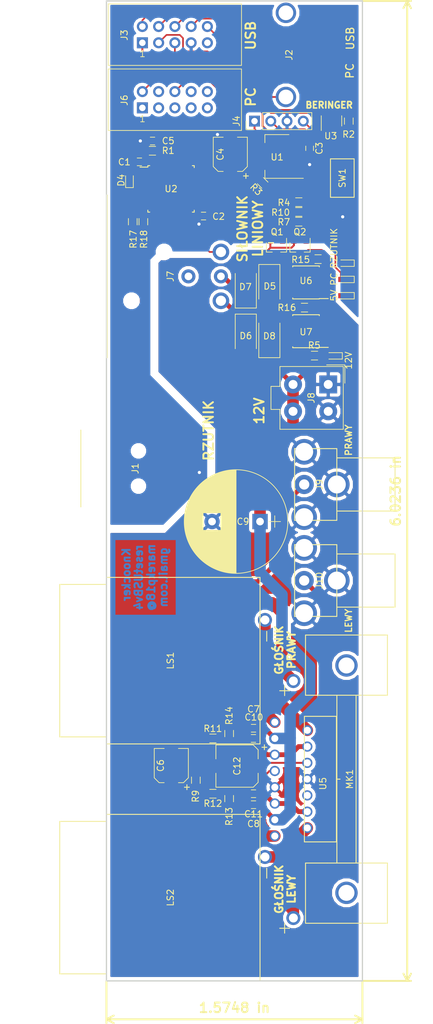
<source format=kicad_pcb>
(kicad_pcb (version 20171130) (host pcbnew "(5.0.0-rc2-dev-311-g1dd4af297)")
  (title_block (title resetUSB) (date 2018-02-14) (rev 1.0) (comment 1 "Projektant: Marek Piotrowski"))
  (layers (0 F.Cu signal) (31 B.Cu signal) (34 B.Paste user) (35 F.Paste user) (36 B.SilkS user) (37 F.SilkS user) (38 B.Mask user) (39 F.Mask user) (44 Edge.Cuts user))
  (net 0 "")
  (net 1 GND)
  (net 2 +5V)
  (net 3 +3V3)
  (net 4 +12V)
  (net 5 "Net-(D1-Pad2)")
  (net 6 "Net-(D2-Pad2)")
  (net 7 "Net-(D6-Pad2)")
  (net 8 /SWDIO)
  (net 9 /USB_P)
  (net 10 /USB_M)
  (net 11 "Net-(Q1-Pad1)")
  (net 12 "Net-(Q1-Pad3)")
  (net 13 "Net-(Q2-Pad3)")
  (net 14 "Net-(Q2-Pad1)")
  (net 15 /USB_PWR)
  (net 16 /SWCLK)
  (net 17 /M_IMP)
  (net 18 /RZUTNIK_VBUS)
  (net 19 /RZUTNIK_DP)
  (net 20 /RZUTNIK_DM)
  (net 21 /PC_PWR)
  (net 22 /PC_LED)
  (net 23 /M_IN1)
  (net 24 /M_IN2)
  (net 25 /LED_RED)
  (net 26 /LED_GREEN)
  (net 27 /LED_BLUE)
  (net 28 /PRZYCISK)
  (net 29 GNDA)
  (net 30 "Net-(C10-Pad2)")
  (net 31 "Net-(C10-Pad1)")
  (net 32 "Net-(LS1-Pad2)")
  (net 33 "Net-(LS1-Pad1)")
  (net 34 "Net-(LS2-Pad1)")
  (net 35 "Net-(LS2-Pad2)")
  (net 36 "Net-(C12-Pad1)")
  (net 37 "Net-(C5-Pad1)")
  (net 38 "Net-(C6-Pad1)")
  (net 39 "Net-(C11-Pad2)")
  (net 40 "Net-(C11-Pad1)")
  (net 41 "Net-(D3-Pad2)")
  (net 42 "Net-(D4-Pad1)")
  (net 43 "Net-(D5-Pad2)")
  (net 44 "Net-(J2-Pad5)")
  (net 45 "Net-(J2-Pad3)")
  (net 46 "Net-(J2-Pad4)")
  (net 47 "Net-(J2-Pad2)")
  (net 48 "Net-(J2-Pad1)")
  (net 49 "Net-(J3-Pad2)")
  (net 50 "Net-(D9-Pad2)")
  (net 51 "Net-(J9-Pad1)")
  (net 52 "Net-(J10-Pad1)")
  (module mpio:FC68391 (layer F.Cu) (at 148.0375 121.4245 90)
    (fp_text reference J9 (at 0 -2.7385 90) (layer F.SilkS))
    (fp_text value FC68391)
    (pad 2 thru_hole circle (at 0 0 90) (size 4 4) (drill 2.8) (layers *.Cu *.Mask) (net 29 GNDA))
    (pad 1 thru_hole circle (at 0 -5.1 90) (size 3 3) (drill 1.6) (layers *.Cu *.Mask) (net 51 "Net-(J9-Pad1)"))
    (pad 2 thru_hole circle (at -5.1 -5.1 90) (size 4 4) (drill 2.8) (layers *.Cu *.Mask) (net 29 GNDA))
    (pad 2 thru_hole circle (at 5.1 -5.1 90) (size 4 4) (drill 2.8) (layers *.Cu *.Mask) (net 29 GNDA))
  )
  (module mpio:FC68391 (layer F.Cu) (at 148.0375 136.4245 90)
    (fp_text reference J10 (at 0 -2.7385 90) (layer F.SilkS))
    (fp_text value FC68391)
    (pad 2 thru_hole circle (at 5.1 -5.1 90) (size 4 4) (drill 2.8) (layers *.Cu *.Mask) (net 29 GNDA))
    (pad 2 thru_hole circle (at -5.1 -5.1 90) (size 4 4) (drill 2.8) (layers *.Cu *.Mask) (net 29 GNDA))
    (pad 1 thru_hole circle (at 0 -5.1 90) (size 3 3) (drill 1.6) (layers *.Cu *.Mask) (net 52 "Net-(J10-Pad1)"))
    (pad 2 thru_hole circle (at 0 0 90) (size 4 4) (drill 2.8) (layers *.Cu *.Mask) (net 29 GNDA))
  )
  (module mpio:SK409_50,8_STS001 (layer F.Cu) (at 149.5455 167.4325 90)
    (fp_text reference MK1 (at 0 0.5 90) (layer F.SilkS))
    (fp_text value SK409/50,8/STS)
    (pad 0 thru_hole circle (at 17.75 0 90) (size 3.5 3.5) (drill 2.5) (layers *.Cu *.Mask))
    (pad 0 thru_hole circle (at -17.75 0 90) (size 3.5 3.5) (drill 2.5) (layers *.Cu *.Mask))
  )
  (module Capacitors_SMD:C_0603 (layer F.Cu) (at 135.0215 169.708)
    (fp_text reference C11 (at 0 3.1715) (layer F.SilkS))
    (fp_text value 0.47u)
    (pad 1 smd rect (at -0.75 0) (size 0.8 0.75) (layers F.Cu F.Paste F.Mask) (net 40 "Net-(C11-Pad1)"))
    (pad 2 smd rect (at 0.75 0) (size 0.8 0.75) (layers F.Cu F.Paste F.Mask) (net 39 "Net-(C11-Pad2)"))
  )
  (module Resistors_SMD:R_0603 (layer F.Cu) (at 128.6715 169.7115)
    (fp_text reference R12 (at 0 1.524) (layer F.SilkS))
    (fp_text value 4K7)
    (pad 2 smd rect (at 0.75 0) (size 0.5 0.9) (layers F.Cu F.Paste F.Mask) (net 40 "Net-(C11-Pad1)"))
    (pad 1 smd rect (at -0.75 0) (size 0.5 0.9) (layers F.Cu F.Paste F.Mask) (net 52 "Net-(J10-Pad1)"))
  )
  (module Capacitors_SMD:CP_Elec_5x5.3 (layer F.Cu) (at 122.1975 165.3125 90)
    (fp_text reference C6 (at 0 -1.702 90) (layer F.SilkS))
    (fp_text value 10u)
    (fp_text user + (at -3.38 2.34 90) (layer F.SilkS))
    (pad 2 smd rect (at 2.2 0 270) (size 3 1.6) (layers F.Cu F.Paste F.Mask) (net 29 GNDA))
    (pad 1 smd rect (at -2.2 0 270) (size 3 1.6) (layers F.Cu F.Paste F.Mask) (net 38 "Net-(C6-Pad1)"))
  )
  (module Resistors_SMD:R_0603 (layer F.Cu) (at 126.0075 167.5985 270)
    (fp_text reference R9 (at 2.5065 0.0395 270) (layer F.SilkS))
    (fp_text value 47K)
    (pad 2 smd rect (at 0.75 0 270) (size 0.5 0.9) (layers F.Cu F.Paste F.Mask) (net 38 "Net-(C6-Pad1)"))
    (pad 1 smd rect (at -0.75 0 270) (size 0.5 0.9) (layers F.Cu F.Paste F.Mask) (net 4 +12V))
  )
  (module Capacitors_SMD:CP_Elec_6.3x5.3 (layer F.Cu) (at 132.4415 165.39 180)
    (fp_text reference C12 (at 0 0 270) (layer F.SilkS))
    (fp_text value 47u)
    (fp_text user + (at -4.28 3.01 180) (layer F.SilkS))
    (pad 2 smd rect (at 2.7 0) (size 3.5 1.6) (layers F.Cu F.Paste F.Mask) (net 29 GNDA))
    (pad 1 smd rect (at -2.7 0) (size 3.5 1.6) (layers F.Cu F.Paste F.Mask) (net 36 "Net-(C12-Pad1)"))
  )
  (module Resistors_SMD:R_0603 (layer F.Cu) (at 131.2115 160.3135 90)
    (fp_text reference R14 (at 2.794 0 90) (layer F.SilkS))
    (fp_text value 10K)
    (pad 2 smd rect (at 0.75 0 90) (size 0.5 0.9) (layers F.Cu F.Paste F.Mask) (net 29 GNDA))
    (pad 1 smd rect (at -0.75 0 90) (size 0.5 0.9) (layers F.Cu F.Paste F.Mask) (net 31 "Net-(C10-Pad1)"))
  )
  (module Resistors_SMD:R_0603 (layer F.Cu) (at 131.2115 170.4735 270)
    (fp_text reference R13 (at 2.794 0 270) (layer F.SilkS))
    (fp_text value 10K)
    (pad 2 smd rect (at 0.75 0 270) (size 0.5 0.9) (layers F.Cu F.Paste F.Mask) (net 29 GNDA))
    (pad 1 smd rect (at -0.75 0 270) (size 0.5 0.9) (layers F.Cu F.Paste F.Mask) (net 40 "Net-(C11-Pad1)"))
  )
  (module Capacitors_SMD:C_0603 (layer F.Cu) (at 135.0215 159.4855 180)
    (fp_text reference C7 (at 0 2.9855 180) (layer F.SilkS))
    (fp_text value 100n)
    (pad 1 smd rect (at -0.75 0 180) (size 0.8 0.75) (layers F.Cu F.Paste F.Mask) (net 4 +12V))
    (pad 2 smd rect (at 0.75 0 180) (size 0.8 0.75) (layers F.Cu F.Paste F.Mask) (net 29 GNDA))
  )
  (module Capacitors_SMD:C_0603 (layer F.Cu) (at 135.0095 161.0755)
    (fp_text reference C10 (at 0.0695 -3.3055) (layer F.SilkS))
    (fp_text value 0.47u)
    (pad 1 smd rect (at -0.75 0) (size 0.8 0.75) (layers F.Cu F.Paste F.Mask) (net 31 "Net-(C10-Pad1)"))
    (pad 2 smd rect (at 0.75 0) (size 0.8 0.75) (layers F.Cu F.Paste F.Mask) (net 30 "Net-(C10-Pad2)"))
  )
  (module Capacitors_SMD:C_0603 (layer F.Cu) (at 135.0215 171.4235 180)
    (fp_text reference C8 (at 0 -2.9835 180) (layer F.SilkS))
    (fp_text value 100n)
    (pad 1 smd rect (at -0.75 0 180) (size 0.8 0.75) (layers F.Cu F.Paste F.Mask) (net 4 +12V))
    (pad 2 smd rect (at 0.75 0 180) (size 0.8 0.75) (layers F.Cu F.Paste F.Mask) (net 29 GNDA))
  )
  (module Resistors_SMD:R_0603 (layer F.Cu) (at 128.6715 161.0755)
    (fp_text reference R11 (at -0.006 -1.5275) (layer F.SilkS))
    (fp_text value 4K7)
    (pad 2 smd rect (at 0.75 0) (size 0.5 0.9) (layers F.Cu F.Paste F.Mask) (net 31 "Net-(C10-Pad1)"))
    (pad 1 smd rect (at -0.75 0) (size 0.5 0.9) (layers F.Cu F.Paste F.Mask) (net 51 "Net-(J9-Pad1)"))
  )
  (module mpio:MULTIWATT15 (layer F.Cu) (at 147.9755 167.4275 270)
    (fp_text reference U5 (at 0.7 2.1 270) (layer F.SilkS))
    (fp_text value TDA7375)
    (pad 15 thru_hole circle (at 8.89 9.63 270) (size 1.6 1.6) (drill 1.1) (layers *.Cu *.Mask) (net 34 "Net-(LS2-Pad1)"))
    (pad 13 thru_hole circle (at 6.35 9.63 270) (size 1.6 1.6) (drill 1.1) (layers *.Cu *.Mask) (net 4 +12V))
    (pad 11 thru_hole circle (at 3.81 9.63 270) (size 1.6 1.6) (drill 1.1) (layers *.Cu *.Mask) (net 39 "Net-(C11-Pad2)"))
    (pad 9 thru_hole circle (at 1.27 9.63 270) (size 1.6 1.6) (drill 1.1) (layers *.Cu *.Mask) (net 29 GNDA))
    (pad 7 thru_hole circle (at -1.27 9.63 270) (size 1.6 1.6) (drill 1.1) (layers *.Cu *.Mask) (net 38 "Net-(C6-Pad1)"))
    (pad 5 thru_hole circle (at -3.81 9.63 270) (size 1.6 1.6) (drill 1.1) (layers *.Cu *.Mask) (net 30 "Net-(C10-Pad2)"))
    (pad 3 thru_hole circle (at -6.35 9.63 270) (size 1.6 1.6) (drill 1.1) (layers *.Cu *.Mask) (net 4 +12V))
    (pad 1 thru_hole circle (at -8.89 9.63 270) (size 1.6 1.6) (drill 1.1) (layers *.Cu *.Mask) (net 33 "Net-(LS1-Pad1)"))
    (pad 14 thru_hole circle (at 7.62 4.55 270) (size 1.6 1.6) (drill 1.1) (layers *.Cu *.Mask) (net 35 "Net-(LS2-Pad2)"))
    (pad 12 thru_hole circle (at 5.08 4.55 270) (size 1.6 1.6) (drill 1.1) (layers *.Cu *.Mask) (net 39 "Net-(C11-Pad2)"))
    (pad 10 thru_hole circle (at 2.54 4.55 270) (size 1.6 1.6) (drill 1.1) (layers *.Cu *.Mask))
    (pad 2 thru_hole circle (at -7.62 4.55 270) (size 1.6 1.6) (drill 1.1) (layers *.Cu *.Mask) (net 32 "Net-(LS1-Pad2)"))
    (pad 4 thru_hole circle (at -5.08 4.55 270) (size 1.6 1.6) (drill 1.1) (layers *.Cu *.Mask) (net 30 "Net-(C10-Pad2)"))
    (pad 6 thru_hole circle (at -2.54 4.55 270) (size 1.6 1.6) (drill 1.1) (layers *.Cu *.Mask) (net 36 "Net-(C12-Pad1)"))
    (pad 8 thru_hole circle (at 0 4.55 270) (size 1.6 1.6) (drill 1.1) (layers *.Cu *.Mask) (net 29 GNDA))
  )
  (module mpio:USB-B_SMD (layer F.Cu) (at 117.0375 118.9325 270)
    (fp_text reference J1 (at 0 0.5 270) (layer F.SilkS))
    (fp_text value USBB-G-SMD)
    (pad 1 smd rect (at 1.875 -7 270) (size 0.7 3) (layers F.Cu F.Paste F.Mask) (net 18 /RZUTNIK_VBUS))
    (pad 3 smd rect (at -1.875 -7 270) (size 0.7 3) (layers F.Cu F.Paste F.Mask) (net 19 /RZUTNIK_DP))
    (pad 4 smd rect (at 0.625 -7 270) (size 0.7 3) (layers F.Cu F.Paste F.Mask) (net 1 GND))
    (pad 2 smd rect (at -0.625 -7 270) (size 0.7 3) (layers F.Cu F.Paste F.Mask) (net 20 /RZUTNIK_DM))
    (pad 5 smd rect (at 6.8 0 270) (size 3.4 6.04) (drill (offset 0 -0.58)) (layers F.Cu F.Paste F.Mask) (net 1 GND))
    (pad 5 smd rect (at -6.8 0 270) (size 3.4 6.04) (drill (offset 0 -0.58)) (layers F.Cu F.Paste F.Mask) (net 1 GND))
    (pad "" np_thru_hole circle (at 2.75 0 270) (size 1.4 1.4) (drill 1.4) (layers *.Cu *.Mask))
    (pad "" np_thru_hole circle (at -2.75 0 270) (size 1.4 1.4) (drill 1.4) (layers *.Cu *.Mask))
  )
  (module mpio:NLJ2MD-H (layer F.Cu) (at 112.0375 185.9325 270)
    (fp_text reference LS2 (at 0 -10 270) (layer F.SilkS))
    (fp_text value NLJ2MD-H)
    (fp_text user + (at 4.78 -27.686 270) (layer F.SilkS) (effects (font (size 2 2))))
    (fp_text user - (at -3.81 -24.892 270) (layer F.SilkS) (effects (font (size 2 2))))
    (pad 2 thru_hole circle (at -6.35 -24.77 270) (size 2.2 2.2) (drill 1.4) (layers *.Cu *.Mask) (net 35 "Net-(LS2-Pad2)"))
    (pad 1 thru_hole circle (at 3.18 -29.21 270) (size 2.2 2.2) (drill 1.4) (layers *.Cu *.Mask) (net 34 "Net-(LS2-Pad1)"))
  )
  (module Diodes_SMD:D_SMA (layer F.Cu) (at 133.813 90.4782 90)
    (fp_text reference D7 (at -0.0948 -0.0585 180) (layer F.SilkS))
    (fp_text value US1D)
    (pad 2 smd rect (at 2 0 90) (size 2.5 1.8) (layers F.Cu F.Paste F.Mask) (net 29 GNDA))
    (pad 1 smd rect (at -2 0 90) (size 2.5 1.8) (layers F.Cu F.Paste F.Mask) (net 43 "Net-(D5-Pad2)"))
  )
  (module Diodes_SMD:D_SMA (layer F.Cu) (at 137.496 90.4782 270)
    (fp_text reference D5 (at 0 -0.0685) (layer F.SilkS))
    (fp_text value US1D)
    (pad 2 smd rect (at 2 0 270) (size 2.5 1.8) (layers F.Cu F.Paste F.Mask) (net 43 "Net-(D5-Pad2)"))
    (pad 1 smd rect (at -2 0 270) (size 2.5 1.8) (layers F.Cu F.Paste F.Mask) (net 4 +12V))
  )
  (module Diodes_SMD:D_SMA (layer F.Cu) (at 133.813 98.2252 270)
    (fp_text reference D8 (at 0.0313 -3.688) (layer F.SilkS))
    (fp_text value US1D)
    (pad 2 smd rect (at 2 0 270) (size 2.5 1.8) (layers F.Cu F.Paste F.Mask) (net 29 GNDA))
    (pad 1 smd rect (at -2 0 270) (size 2.5 1.8) (layers F.Cu F.Paste F.Mask) (net 7 "Net-(D6-Pad2)"))
  )
  (module TO_SOT_Packages_SMD:SOT-23 (layer F.Cu) (at 138.6035 84.384 270)
    (fp_text reference Q1 (at -2.3835 -0.104) (layer F.SilkS))
    (fp_text value BC817)
    (pad 3 smd rect (at 1 0 270) (size 0.9 0.8) (layers F.Cu F.Paste F.Mask) (net 12 "Net-(Q1-Pad3)"))
    (pad 2 smd rect (at -1 0.95 270) (size 0.9 0.8) (layers F.Cu F.Paste F.Mask) (net 29 GNDA))
    (pad 1 smd rect (at -1 -0.95 270) (size 0.9 0.8) (layers F.Cu F.Paste F.Mask) (net 11 "Net-(Q1-Pad1)"))
  )
  (module TO_SOT_Packages_SMD:SOT-23 (layer F.Cu) (at 142.2865 84.384 270)
    (fp_text reference Q2 (at -2.3835 0.023) (layer F.SilkS))
    (fp_text value BC817)
    (pad 3 smd rect (at 1 0 270) (size 0.9 0.8) (layers F.Cu F.Paste F.Mask) (net 13 "Net-(Q2-Pad3)"))
    (pad 2 smd rect (at -1 0.95 270) (size 0.9 0.8) (layers F.Cu F.Paste F.Mask) (net 29 GNDA))
    (pad 1 smd rect (at -1 -0.95 270) (size 0.9 0.8) (layers F.Cu F.Paste F.Mask) (net 14 "Net-(Q2-Pad1)"))
  )
  (module Diodes_SMD:D_SMA (layer F.Cu) (at 137.496 98.2252 90)
    (fp_text reference D6 (at 0 -3.678 180) (layer F.SilkS))
    (fp_text value US1D)
    (pad 2 smd rect (at 2 0 90) (size 2.5 1.8) (layers F.Cu F.Paste F.Mask) (net 7 "Net-(D6-Pad2)"))
    (pad 1 smd rect (at -2 0 90) (size 2.5 1.8) (layers F.Cu F.Paste F.Mask) (net 4 +12V))
  )
  (module mpio:SOIC-8_3.9x4.9mm_Pitch1.27mm (layer F.Cu) (at 143.2237 89.8766 180)
    (fp_text reference U6 (at 0 0.2621 180) (layer F.SilkS))
    (fp_text value AO4616)
    (pad 8 smd rect (at 2.7 -1.905 180) (size 1.55 0.6) (layers F.Cu F.Paste F.Mask) (net 43 "Net-(D5-Pad2)"))
    (pad 7 smd rect (at 2.7 -0.635 180) (size 1.55 0.6) (layers F.Cu F.Paste F.Mask) (net 43 "Net-(D5-Pad2)"))
    (pad 6 smd rect (at 2.7 0.635 180) (size 1.55 0.6) (layers F.Cu F.Paste F.Mask) (net 43 "Net-(D5-Pad2)"))
    (pad 5 smd rect (at 2.7 1.905 180) (size 1.55 0.6) (layers F.Cu F.Paste F.Mask) (net 43 "Net-(D5-Pad2)"))
    (pad 4 smd rect (at -2.7 1.905 180) (size 1.55 0.6) (layers F.Cu F.Paste F.Mask) (net 12 "Net-(Q1-Pad3)"))
    (pad 3 smd rect (at -2.7 0.635 180) (size 1.55 0.6) (layers F.Cu F.Paste F.Mask) (net 4 +12V))
    (pad 2 smd rect (at -2.7 -0.635 180) (size 1.55 0.6) (layers F.Cu F.Paste F.Mask) (net 12 "Net-(Q1-Pad3)"))
    (pad 1 smd rect (at -2.7 -1.905 180) (size 1.55 0.6) (layers F.Cu F.Paste F.Mask) (net 29 GNDA))
  )
  (module mpio:SOIC-8_3.9x4.9mm_Pitch1.27mm (layer F.Cu) (at 143.2237 97.4966 180)
    (fp_text reference U7 (at 0 -0.1179 180) (layer F.SilkS))
    (fp_text value AO4616)
    (pad 8 smd rect (at 2.7 -1.905 180) (size 1.55 0.6) (layers F.Cu F.Paste F.Mask) (net 7 "Net-(D6-Pad2)"))
    (pad 7 smd rect (at 2.7 -0.635 180) (size 1.55 0.6) (layers F.Cu F.Paste F.Mask) (net 7 "Net-(D6-Pad2)"))
    (pad 6 smd rect (at 2.7 0.635 180) (size 1.55 0.6) (layers F.Cu F.Paste F.Mask) (net 7 "Net-(D6-Pad2)"))
    (pad 5 smd rect (at 2.7 1.905 180) (size 1.55 0.6) (layers F.Cu F.Paste F.Mask) (net 7 "Net-(D6-Pad2)"))
    (pad 4 smd rect (at -2.7 1.905 180) (size 1.55 0.6) (layers F.Cu F.Paste F.Mask) (net 13 "Net-(Q2-Pad3)"))
    (pad 3 smd rect (at -2.7 0.635 180) (size 1.55 0.6) (layers F.Cu F.Paste F.Mask) (net 4 +12V))
    (pad 2 smd rect (at -2.7 -0.635 180) (size 1.55 0.6) (layers F.Cu F.Paste F.Mask) (net 13 "Net-(Q2-Pad3)"))
    (pad 1 smd rect (at -2.7 -1.905 180) (size 1.55 0.6) (layers F.Cu F.Paste F.Mask) (net 29 GNDA))
  )
  (module Resistors_SMD:R_0603 (layer F.Cu) (at 142.986 93.8115 180)
    (fp_text reference R16 (at 2.7545 0 180) (layer F.SilkS))
    (fp_text value 10K)
    (pad 2 smd rect (at 0.75 0 180) (size 0.5 0.9) (layers F.Cu F.Paste F.Mask) (net 4 +12V))
    (pad 1 smd rect (at -0.75 0 180) (size 0.5 0.9) (layers F.Cu F.Paste F.Mask) (net 13 "Net-(Q2-Pad3)"))
  )
  (module Resistors_SMD:R_0603 (layer F.Cu) (at 145.1083 86.2423 180)
    (fp_text reference R15 (at 2.7178 -0.0762 180) (layer F.SilkS))
    (fp_text value 10K)
    (pad 2 smd rect (at 0.75 0 180) (size 0.5 0.9) (layers F.Cu F.Paste F.Mask) (net 4 +12V))
    (pad 1 smd rect (at -0.75 0 180) (size 0.5 0.9) (layers F.Cu F.Paste F.Mask) (net 12 "Net-(Q1-Pad3)"))
  )
  (module LEDs:LED_0603 (layer F.Cu) (at 147.5975 101.346 180)
    (fp_text reference D9 hide)
    (fp_text value RED)
    (pad 1 smd rect (at -0.8 0) (size 0.8 0.8) (layers F.Cu F.Paste F.Mask) (net 29 GNDA))
    (pad 2 smd rect (at 0.8 0) (size 0.8 0.8) (layers F.Cu F.Paste F.Mask) (net 50 "Net-(D9-Pad2)"))
  )
  (module Resistors_SMD:R_0603 (layer F.Cu) (at 144.5495 101.3045)
    (fp_text reference R5 (at -0.0395 -1.6045) (layer F.SilkS))
    (fp_text value 100K)
    (pad 2 smd rect (at 0.75 0) (size 0.5 0.9) (layers F.Cu F.Paste F.Mask) (net 50 "Net-(D9-Pad2)"))
    (pad 1 smd rect (at -0.75 0) (size 0.5 0.9) (layers F.Cu F.Paste F.Mask) (net 4 +12V))
  )
  (module mpio:Molex_MiniFit-JR-5556-04A_2x02x4.20mm_Straight (layer F.Cu) (at 146.6955 105.8075 270)
    (fp_text reference J8 (at 2.1 2.654 270) (layer F.SilkS))
    (fp_text value "Mini-Fit Jr; 4,2mm")
    (pad 4 thru_hole circle (at 4.2 5.5 270) (size 2.8 2.8) (drill 1.4) (layers *.Cu *.Mask) (net 4 +12V))
    (pad 3 thru_hole circle (at 0 5.5 270) (size 2.8 2.8) (drill 1.4) (layers *.Cu *.Mask) (net 4 +12V))
    (pad 2 thru_hole circle (at 4.2 0 270) (size 2.8 2.8) (drill 1.4) (layers *.Cu *.Mask) (net 29 GNDA))
    (pad 1 thru_hole rect (at 0 0 270) (size 2.8 2.8) (drill 1.4) (layers *.Cu *.Mask) (net 29 GNDA))
  )
  (module Resistors_SMD:R_0603 (layer F.Cu) (at 142.097 78.872 180)
    (fp_text reference R10 (at 2.8448 -0.0762 180) (layer F.SilkS))
    (fp_text value 33K)
    (pad 2 smd rect (at 0.75 0 180) (size 0.5 0.9) (layers F.Cu F.Paste F.Mask) (net 27 /LED_BLUE))
    (pad 1 smd rect (at -0.75 0 180) (size 0.5 0.9) (layers F.Cu F.Paste F.Mask) (net 41 "Net-(D3-Pad2)"))
  )
  (module mpio:AC3MAH-AU-PRE (layer F.Cu) (at 121.0375 88.9325 90)
    (fp_text reference J7 (at 0 1 90) (layer F.SilkS))
    (fp_text value AC3MAH-AU-PRE)
    (pad "" np_thru_hole circle (at -3.81 -5.08 90) (size 1.6 1.6) (drill 1.6) (layers *.Cu *.Mask))
    (pad "" np_thru_hole circle (at 3.81 0 90) (size 1.6 1.6) (drill 1.6) (layers *.Cu *.Mask))
    (pad 4 thru_hole circle (at 0 3.81 90) (size 2.2 2.2) (drill 1.2) (layers *.Cu *.Mask))
    (pad 3 thru_hole circle (at 0 8.89 90) (size 2.2 2.2) (drill 1.2) (layers *.Cu *.Mask) (net 43 "Net-(D5-Pad2)"))
    (pad 2 thru_hole circle (at -3.81 8.89 90) (size 2.6 2.6) (drill 1.6) (layers *.Cu *.Mask) (net 7 "Net-(D6-Pad2)"))
    (pad 1 thru_hole circle (at 3.81 8.89 90) (size 2.6 2.6) (drill 1.6) (layers *.Cu *.Mask) (net 42 "Net-(D4-Pad1)"))
  )
  (module Housings_QFP:LQFP-32_7x7mm_Pitch0.8mm (layer F.Cu) (at 122.130272 75.273643)
    (fp_text reference U2 (at 0 -0.004143) (layer F.SilkS))
    (fp_text value STM32F042K6Tx)
    (pad 32 smd rect (at -2.8 -4.25 90) (size 1.2 0.6) (layers F.Cu F.Paste F.Mask) (net 1 GND))
    (pad 31 smd rect (at -2 -4.25 90) (size 1.2 0.6) (layers F.Cu F.Paste F.Mask) (net 37 "Net-(C5-Pad1)"))
    (pad 30 smd rect (at -1.2 -4.25 90) (size 1.2 0.6) (layers F.Cu F.Paste F.Mask) (net 18 /RZUTNIK_VBUS))
    (pad 29 smd rect (at -0.4 -4.25 90) (size 1.2 0.6) (layers F.Cu F.Paste F.Mask) (net 20 /RZUTNIK_DM))
    (pad 28 smd rect (at 0.4 -4.25 90) (size 1.2 0.6) (layers F.Cu F.Paste F.Mask) (net 19 /RZUTNIK_DP))
    (pad 27 smd rect (at 1.2 -4.25 90) (size 1.2 0.6) (layers F.Cu F.Paste F.Mask))
    (pad 26 smd rect (at 2 -4.25 90) (size 1.2 0.6) (layers F.Cu F.Paste F.Mask) (net 21 /PC_PWR))
    (pad 25 smd rect (at 2.8 -4.25 90) (size 1.2 0.6) (layers F.Cu F.Paste F.Mask) (net 22 /PC_LED))
    (pad 24 smd rect (at 4.25 -2.8) (size 1.2 0.6) (layers F.Cu F.Paste F.Mask) (net 16 /SWCLK))
    (pad 23 smd rect (at 4.25 -2) (size 1.2 0.6) (layers F.Cu F.Paste F.Mask) (net 8 /SWDIO))
    (pad 22 smd rect (at 4.25 -1.2) (size 1.2 0.6) (layers F.Cu F.Paste F.Mask) (net 9 /USB_P))
    (pad 21 smd rect (at 4.25 -0.4) (size 1.2 0.6) (layers F.Cu F.Paste F.Mask) (net 10 /USB_M))
    (pad 20 smd rect (at 4.25 0.4) (size 1.2 0.6) (layers F.Cu F.Paste F.Mask) (net 15 /USB_PWR))
    (pad 19 smd rect (at 4.25 1.2) (size 1.2 0.6) (layers F.Cu F.Paste F.Mask) (net 28 /PRZYCISK))
    (pad 18 smd rect (at 4.25 2) (size 1.2 0.6) (layers F.Cu F.Paste F.Mask))
    (pad 17 smd rect (at 4.25 2.8) (size 1.2 0.6) (layers F.Cu F.Paste F.Mask) (net 3 +3V3))
    (pad 16 smd rect (at 2.8 4.25 90) (size 1.2 0.6) (layers F.Cu F.Paste F.Mask) (net 1 GND))
    (pad 15 smd rect (at 2 4.25 90) (size 1.2 0.6) (layers F.Cu F.Paste F.Mask))
    (pad 14 smd rect (at 1.2 4.25 90) (size 1.2 0.6) (layers F.Cu F.Paste F.Mask))
    (pad 13 smd rect (at 0.4 4.25 90) (size 1.2 0.6) (layers F.Cu F.Paste F.Mask))
    (pad 12 smd rect (at -0.4 4.25 90) (size 1.2 0.6) (layers F.Cu F.Paste F.Mask))
    (pad 11 smd rect (at -1.2 4.25 90) (size 1.2 0.6) (layers F.Cu F.Paste F.Mask) (net 25 /LED_RED))
    (pad 10 smd rect (at -2 4.25 90) (size 1.2 0.6) (layers F.Cu F.Paste F.Mask) (net 27 /LED_BLUE))
    (pad 9 smd rect (at -2.8 4.25 90) (size 1.2 0.6) (layers F.Cu F.Paste F.Mask) (net 26 /LED_GREEN))
    (pad 8 smd rect (at -4.25 2.8) (size 1.2 0.6) (layers F.Cu F.Paste F.Mask))
    (pad 7 smd rect (at -4.25 2) (size 1.2 0.6) (layers F.Cu F.Paste F.Mask) (net 24 /M_IN2))
    (pad 6 smd rect (at -4.25 1.2) (size 1.2 0.6) (layers F.Cu F.Paste F.Mask) (net 23 /M_IN1))
    (pad 5 smd rect (at -4.25 0.4) (size 1.2 0.6) (layers F.Cu F.Paste F.Mask) (net 3 +3V3))
    (pad 4 smd rect (at -4.25 -0.4) (size 1.2 0.6) (layers F.Cu F.Paste F.Mask))
    (pad 3 smd rect (at -4.25 -1.2) (size 1.2 0.6) (layers F.Cu F.Paste F.Mask))
    (pad 2 smd rect (at -4.25 -2) (size 1.2 0.6) (layers F.Cu F.Paste F.Mask) (net 17 /M_IMP))
    (pad 1 smd rect (at -4.25 -2.8) (size 1.2 0.6) (layers F.Cu F.Paste F.Mask) (net 3 +3V3))
  )
  (module Resistors_SMD:R_0603 (layer F.Cu) (at 119.225376 69.325202)
    (fp_text reference R1 (at 2.464124 -0.024702) (layer F.SilkS))
    (fp_text value 100K)
    (pad 2 smd rect (at 0.75 0) (size 0.5 0.9) (layers F.Cu F.Paste F.Mask) (net 37 "Net-(C5-Pad1)"))
    (pad 1 smd rect (at -0.75 0) (size 0.5 0.9) (layers F.Cu F.Paste F.Mask) (net 1 GND))
  )
  (module Capacitors_SMD:C_0603 (layer F.Cu) (at 117.191131 71.052923)
    (fp_text reference C1 (at -2.359631 0.025577) (layer F.SilkS))
    (fp_text value 100n)
    (pad 1 smd rect (at -0.75 0) (size 0.8 0.75) (layers F.Cu F.Paste F.Mask) (net 3 +3V3))
    (pad 2 smd rect (at 0.75 0) (size 0.8 0.75) (layers F.Cu F.Paste F.Mask) (net 1 GND))
  )
  (module Capacitors_SMD:C_0603 (layer F.Cu) (at 119.237376 67.801202 180)
    (fp_text reference C5 (at -2.452124 0.024702 180) (layer F.SilkS))
    (fp_text value 100n)
    (pad 1 smd rect (at -0.75 0 180) (size 0.8 0.75) (layers F.Cu F.Paste F.Mask) (net 37 "Net-(C5-Pad1)"))
    (pad 2 smd rect (at 0.75 0 180) (size 0.8 0.75) (layers F.Cu F.Paste F.Mask) (net 1 GND))
  )
  (module mpio:USB-A_SMD (layer F.Cu) (at 140.081 54.356 90)
    (fp_text reference J2 (at 0 0.5 90) (layer F.SilkS))
    (fp_text value TUEA4F2SOBHT)
    (pad 1 smd rect (at -3.5 -4.21 90) (size 1 3) (layers F.Cu F.Paste F.Mask) (net 48 "Net-(J2-Pad1)"))
    (pad 2 smd rect (at -1 -4.21 90) (size 1 3) (layers F.Cu F.Paste F.Mask) (net 47 "Net-(J2-Pad2)"))
    (pad 4 smd rect (at 3.5 -4.21 90) (size 1 3) (layers F.Cu F.Paste F.Mask) (net 46 "Net-(J2-Pad4)"))
    (pad 3 smd rect (at 1 -4.21 90) (size 1 3) (layers F.Cu F.Paste F.Mask) (net 45 "Net-(J2-Pad3)"))
    (pad 5 thru_hole circle (at 6.57 0 90) (size 3.2 3.2) (drill 2.3) (layers *.Cu *.Mask) (net 44 "Net-(J2-Pad5)"))
    (pad 5 thru_hole circle (at -6.57 0 90) (size 3.2 3.2) (drill 2.3) (layers *.Cu *.Mask) (net 44 "Net-(J2-Pad5)"))
  )
  (module Capacitors_THT:CP_Radial_D16.0mm_P7.50mm (layer F.Cu) (at 136.0375 127.2125 180)
    (fp_text reference C9 (at 2.664 0) (layer F.SilkS))
    (fp_text value 4700u)
    (pad 2 thru_hole circle (at 7.5 0 180) (size 2.4 2.4) (drill 1.2) (layers *.Cu *.Mask) (net 29 GNDA))
    (pad 1 thru_hole rect (at 0 0 180) (size 2.4 2.4) (drill 1.2) (layers *.Cu *.Mask) (net 4 +12V))
  )
  (module mpio:NLJ2MD-H (layer F.Cu) (at 112.0375 148.9325 270)
    (fp_text reference LS1 (at 0 -10 270) (layer F.SilkS))
    (fp_text value NLJ2MD-H)
    (fp_text user + (at 4.696 -27.686 270) (layer F.SilkS) (effects (font (size 2 2))))
    (fp_text user - (at -3.81 -24.892 270) (layer F.SilkS) (effects (font (size 2 2))))
    (pad 2 thru_hole circle (at -6.35 -24.77 270) (size 2.2 2.2) (drill 1.4) (layers *.Cu *.Mask) (net 32 "Net-(LS1-Pad2)"))
    (pad 1 thru_hole circle (at 3.18 -29.21 270) (size 2.2 2.2) (drill 1.4) (layers *.Cu *.Mask) (net 33 "Net-(LS1-Pad1)"))
  )
  (module Capacitors_SMD:C_0603 (layer F.Cu) (at 143.786359 68.940041 270)
    (fp_text reference C3 (at 0 -1.5 270) (layer F.SilkS))
    (fp_text value 100n)
    (pad 1 smd rect (at -0.75 0 270) (size 0.8 0.75) (layers F.Cu F.Paste F.Mask) (net 2 +5V))
    (pad 2 smd rect (at 0.75 0 270) (size 0.8 0.75) (layers F.Cu F.Paste F.Mask) (net 1 GND))
  )
  (module Capacitors_SMD:CP_Elec_5x5.3 (layer F.Cu) (at 131.4183 69.8751 90)
    (fp_text reference C4 (at 0 -1.6008 90) (layer F.SilkS))
    (fp_text value 10u)
    (fp_text user + (at -3.38 2.34 90) (layer F.SilkS))
    (pad 2 smd rect (at 2.2 0 270) (size 3 1.6) (layers F.Cu F.Paste F.Mask) (net 1 GND))
    (pad 1 smd rect (at -2.2 0 270) (size 3 1.6) (layers F.Cu F.Paste F.Mask) (net 3 +3V3))
  )
  (module TO_SOT_Packages_SMD:SOT-223-3_TabPin2 (layer F.Cu) (at 138.706359 70.210041 180)
    (fp_text reference U1 (at 0 -0.106459 180) (layer F.SilkS))
    (fp_text value LD1117S33TR)
    (pad 1 smd rect (at -3.15 -2.3 180) (size 2 1.5) (layers F.Cu F.Paste F.Mask) (net 1 GND))
    (pad 3 smd rect (at -3.15 2.3 180) (size 2 1.5) (layers F.Cu F.Paste F.Mask) (net 2 +5V))
    (pad 2 smd rect (at -3.15 0 180) (size 2 1.5) (layers F.Cu F.Paste F.Mask) (net 3 +3V3))
    (pad 2 smd rect (at 3.15 0 180) (size 2 3.8) (layers F.Cu F.Paste F.Mask) (net 3 +3V3))
  )
  (module mpio:SW_3x6_1,6x7,4 (layer F.Cu) (at 148.8935 73.5835 90)
    (fp_text reference SW1 (at 0 0 90) (layer F.SilkS))
    (fp_text value "TACTM-34N-F " hide)
    (pad 2 smd rect (at 3.7 0 90) (size 2.18 1.6) (layers F.Cu F.Paste F.Mask) (net 28 /PRZYCISK))
    (pad 1 smd rect (at -3.7 0 90) (size 2.18 1.6) (layers F.Cu F.Paste F.Mask) (net 1 GND))
  )
  (module Capacitors_SMD:C_0603 (layer F.Cu) (at 127.210127 79.513456 180)
    (fp_text reference C2 (at -2.353373 -0.074044 180) (layer F.SilkS))
    (fp_text value 100n)
    (pad 1 smd rect (at -0.75 0 180) (size 0.8 0.75) (layers F.Cu F.Paste F.Mask) (net 3 +3V3))
    (pad 2 smd rect (at 0.75 0 180) (size 0.8 0.75) (layers F.Cu F.Paste F.Mask) (net 1 GND))
  )
  (module Resistors_SMD:R_0603 (layer F.Cu) (at 136.4475 74.3455 135)
    (fp_text reference R3 (at 0 -1.45 135) (layer F.SilkS))
    (fp_text value 100K)
    (pad 2 smd rect (at 0.75 0 135) (size 0.5 0.9) (layers F.Cu F.Paste F.Mask) (net 3 +3V3))
    (pad 1 smd rect (at -0.75 0 135) (size 0.5 0.9) (layers F.Cu F.Paste F.Mask) (net 8 /SWDIO))
  )
  (module Diodes_SMD:D_SOD-523 (layer F.Cu) (at 115.6335 73.9235 90)
    (fp_text reference D4 (at 0 -1.3 90) (layer F.SilkS))
    (fp_text value 1PS79SB70)
    (pad 1 smd rect (at -0.7 0 270) (size 0.6 0.7) (layers F.Cu F.Paste F.Mask) (net 42 "Net-(D4-Pad1)"))
    (pad 2 smd rect (at 0.7 0 270) (size 0.6 0.7) (layers F.Cu F.Paste F.Mask) (net 17 /M_IMP))
  )
  (module LEDs:LED_0603 (layer F.Cu) (at 149.463 91.953 180)
    (fp_text reference D1 hide)
    (fp_text value RED)
    (pad 1 smd rect (at -0.8 0) (size 0.8 0.8) (layers F.Cu F.Paste F.Mask) (net 1 GND))
    (pad 2 smd rect (at 0.8 0) (size 0.8 0.8) (layers F.Cu F.Paste F.Mask) (net 5 "Net-(D1-Pad2)"))
  )
  (module LEDs:LED_0603 (layer F.Cu) (at 149.463 89.413 180)
    (fp_text reference D2 hide)
    (fp_text value GREEN)
    (pad 1 smd rect (at -0.8 0) (size 0.8 0.8) (layers F.Cu F.Paste F.Mask) (net 1 GND))
    (pad 2 smd rect (at 0.8 0) (size 0.8 0.8) (layers F.Cu F.Paste F.Mask) (net 6 "Net-(D2-Pad2)"))
  )
  (module LEDs:LED_0603 (layer F.Cu) (at 149.463 86.873 180)
    (fp_text reference D3 hide)
    (fp_text value BLUE)
    (pad 1 smd rect (at -0.8 0) (size 0.8 0.8) (layers F.Cu F.Paste F.Mask) (net 1 GND))
    (pad 2 smd rect (at 0.8 0) (size 0.8 0.8) (layers F.Cu F.Paste F.Mask) (net 41 "Net-(D3-Pad2)"))
  )
  (module Resistors_SMD:R_0603 (layer F.Cu) (at 149.9095 64.6935 270)
    (fp_text reference R2 (at 2.067 0.026) (layer F.SilkS))
    (fp_text value 100K)
    (pad 2 smd rect (at 0.75 0 270) (size 0.5 0.9) (layers F.Cu F.Paste F.Mask) (net 15 /USB_PWR))
    (pad 1 smd rect (at -0.75 0 270) (size 0.5 0.9) (layers F.Cu F.Paste F.Mask) (net 49 "Net-(J3-Pad2)"))
  )
  (module mpio:IDC10 (layer F.Cu) (at 117.6515 52.4615)
    (fp_text reference J3 (at -2.82 -1.195 90) (layer F.SilkS))
    (fp_text value Conn_02x05)
    (fp_text user 1 (at 0.02 1.72) (layer F.SilkS) (effects (font (thickness 0.12))))
    (pad 10 thru_hole oval (at 10.16 -2.54) (size 1.7272 1.7272) (drill 1.016) (layers *.Cu *.Mask) (net 44 "Net-(J2-Pad5)"))
    (pad 9 thru_hole oval (at 10.16 0) (size 1.7272 1.7272) (drill 1.016) (layers *.Cu *.Mask))
    (pad 8 thru_hole oval (at 7.62 -2.54) (size 1.7272 1.7272) (drill 1.016) (layers *.Cu *.Mask) (net 46 "Net-(J2-Pad4)"))
    (pad 7 thru_hole oval (at 7.62 0) (size 1.7272 1.7272) (drill 1.016) (layers *.Cu *.Mask) (net 1 GND))
    (pad 6 thru_hole oval (at 5.08 -2.54) (size 1.7272 1.7272) (drill 1.016) (layers *.Cu *.Mask) (net 45 "Net-(J2-Pad3)"))
    (pad 5 thru_hole oval (at 5.08 0) (size 1.7272 1.7272) (drill 1.016) (layers *.Cu *.Mask) (net 9 /USB_P))
    (pad 4 thru_hole oval (at 2.54 -2.54) (size 1.7272 1.7272) (drill 1.016) (layers *.Cu *.Mask) (net 47 "Net-(J2-Pad2)"))
    (pad 3 thru_hole oval (at 2.54 0) (size 1.7272 1.7272) (drill 1.016) (layers *.Cu *.Mask) (net 10 /USB_M))
    (pad 2 thru_hole oval (at 0 -2.54) (size 1.7272 1.7272) (drill 1.016) (layers *.Cu *.Mask) (net 49 "Net-(J3-Pad2)"))
    (pad 1 thru_hole rect (at 0 0) (size 1.7272 1.7272) (drill 1.016) (layers *.Cu *.Mask) (net 2 +5V))
  )
  (module mpio:IDC10 (layer F.Cu) (at 117.6515 62.6215)
    (fp_text reference J6 (at -2.82 -1.195 90) (layer F.SilkS))
    (fp_text value Conn_02x05)
    (fp_text user 1 (at 0.02 1.72) (layer F.SilkS) (effects (font (thickness 0.12))))
    (pad 10 thru_hole oval (at 10.16 -2.54) (size 1.7272 1.7272) (drill 1.016) (layers *.Cu *.Mask))
    (pad 9 thru_hole oval (at 10.16 0) (size 1.7272 1.7272) (drill 1.016) (layers *.Cu *.Mask))
    (pad 8 thru_hole oval (at 7.62 -2.54) (size 1.7272 1.7272) (drill 1.016) (layers *.Cu *.Mask))
    (pad 7 thru_hole oval (at 7.62 0) (size 1.7272 1.7272) (drill 1.016) (layers *.Cu *.Mask))
    (pad 6 thru_hole oval (at 5.08 -2.54) (size 1.7272 1.7272) (drill 1.016) (layers *.Cu *.Mask) (net 21 /PC_PWR))
    (pad 5 thru_hole oval (at 5.08 0) (size 1.7272 1.7272) (drill 1.016) (layers *.Cu *.Mask))
    (pad 4 thru_hole oval (at 2.54 -2.54) (size 1.7272 1.7272) (drill 1.016) (layers *.Cu *.Mask))
    (pad 3 thru_hole oval (at 2.54 0) (size 1.7272 1.7272) (drill 1.016) (layers *.Cu *.Mask))
    (pad 2 thru_hole oval (at 0 -2.54) (size 1.7272 1.7272) (drill 1.016) (layers *.Cu *.Mask) (net 22 /PC_LED))
    (pad 1 thru_hole rect (at 0 0) (size 1.7272 1.7272) (drill 1.016) (layers *.Cu *.Mask))
  )
  (module Pin_Headers:Pin_Header_Straight_1x04_Pitch2.54mm (layer F.Cu) (at 135.1775 64.6935 90)
    (fp_text reference J4 (at 0 -2.82 270) (layer F.SilkS))
    (fp_text value SWD_4pin)
    (pad 4 thru_hole oval (at 0 7.62 90) (size 1.7 1.7) (drill 1) (layers *.Cu *.Mask) (net 8 /SWDIO))
    (pad 3 thru_hole oval (at 0 5.08 90) (size 1.7 1.7) (drill 1) (layers *.Cu *.Mask) (net 1 GND))
    (pad 2 thru_hole oval (at 0 2.54 90) (size 1.7 1.7) (drill 1) (layers *.Cu *.Mask) (net 16 /SWCLK))
    (pad 1 thru_hole rect (at 0 0 90) (size 1.7 1.7) (drill 1) (layers *.Cu *.Mask) (net 3 +3V3))
  )
  (module mpio:TSOP-6_1.65x3.05mm_Pitch0.95mm (layer F.Cu) (at 147.2044 64.6568 90)
    (fp_text reference U3 (at -2.3577 -0.1149 180) (layer F.SilkS))
    (fp_text value IRLTS2242)
    (pad 6 smd rect (at 1.16 -0.95 90) (size 0.7 0.51) (layers F.Cu F.Paste F.Mask) (net 48 "Net-(J2-Pad1)"))
    (pad 5 smd rect (at 1.16 0 90) (size 0.7 0.51) (layers F.Cu F.Paste F.Mask) (net 48 "Net-(J2-Pad1)"))
    (pad 4 smd rect (at 1.16 0.95 90) (size 0.7 0.51) (layers F.Cu F.Paste F.Mask) (net 49 "Net-(J3-Pad2)"))
    (pad 3 smd rect (at -1.16 0.95 90) (size 0.7 0.51) (layers F.Cu F.Paste F.Mask) (net 15 /USB_PWR))
    (pad 2 smd rect (at -1.16 0 90) (size 0.7 0.51) (layers F.Cu F.Paste F.Mask) (net 48 "Net-(J2-Pad1)"))
    (pad 1 smd rect (at -1.16 -0.95 90) (size 0.7 0.51) (layers F.Cu F.Paste F.Mask) (net 48 "Net-(J2-Pad1)"))
  )
  (module Resistors_SMD:R_0603 (layer F.Cu) (at 142.097 80.396 180)
    (fp_text reference R7 (at 2.3368 -0.0562 180) (layer F.SilkS))
    (fp_text value 6K8)
    (pad 2 smd rect (at 0.75 0 180) (size 0.5 0.9) (layers F.Cu F.Paste F.Mask) (net 26 /LED_GREEN))
    (pad 1 smd rect (at -0.75 0 180) (size 0.5 0.9) (layers F.Cu F.Paste F.Mask) (net 6 "Net-(D2-Pad2)"))
  )
  (module Resistors_SMD:R_0603 (layer F.Cu) (at 142.097 77.348 180)
    (fp_text reference R4 (at 2.326 -0.076 180) (layer F.SilkS))
    (fp_text value 22K)
    (pad 2 smd rect (at 0.75 0 180) (size 0.5 0.9) (layers F.Cu F.Paste F.Mask) (net 25 /LED_RED))
    (pad 1 smd rect (at -0.75 0 180) (size 0.5 0.9) (layers F.Cu F.Paste F.Mask) (net 5 "Net-(D1-Pad2)"))
  )
  (module Resistors_SMD:R_0603 (layer F.Cu) (at 116.1523 80.4003 90)
    (fp_text reference R17 (at -2.7432 0.0762 90) (layer F.SilkS))
    (fp_text value 10K)
    (pad 2 smd rect (at 0.75 0 90) (size 0.5 0.9) (layers F.Cu F.Paste F.Mask) (net 23 /M_IN1))
    (pad 1 smd rect (at -0.75 0 90) (size 0.5 0.9) (layers F.Cu F.Paste F.Mask) (net 11 "Net-(Q1-Pad1)"))
  )
  (module Resistors_SMD:R_0603 (layer F.Cu) (at 117.8033 80.4003 90)
    (fp_text reference R18 (at -2.7432 0.0762 90) (layer F.SilkS))
    (fp_text value 10K)
    (pad 2 smd rect (at 0.75 0 90) (size 0.5 0.9) (layers F.Cu F.Paste F.Mask) (net 24 /M_IN2))
    (pad 1 smd rect (at -0.75 0 90) (size 0.5 0.9) (layers F.Cu F.Paste F.Mask) (net 14 "Net-(Q2-Pad1)"))
  )
  (dimension 40 (width 0.3) (layer F.SilkS) (gr_text "40.000 mm" (at 132.0375 207.032499) (layer F.SilkS) (effects (font (size 1.5 1.5) (thickness 0.3)))) (feature1 (pts (xy 152.0375 198.9325) (xy 152.0375 205.51892))) (feature2 (pts (xy 112.0375 198.9325) (xy 112.0375 205.51892))) (crossbar (pts (xy 112.0375 204.932499) (xy 152.0375 204.932499))) (arrow1a (pts (xy 152.0375 204.932499) (xy 150.910996 205.51892))) (arrow1b (pts (xy 152.0375 204.932499) (xy 150.910996 204.346078))) (arrow2a (pts (xy 112.0375 204.932499) (xy 113.164004 205.51892))) (arrow2b (pts (xy 112.0375 204.932499) (xy 113.164004 204.346078))))
  (dimension 153 (width 0.3) (layer F.SilkS) (gr_text "153.000 mm" (at 161.1375 122.4325 90) (layer F.SilkS) (effects (font (size 1.5 1.5) (thickness 0.3)))) (feature1 (pts (xy 152.0375 45.9325) (xy 159.623921 45.9325))) (feature2 (pts (xy 152.0375 198.9325) (xy 159.623921 198.9325))) (crossbar (pts (xy 159.0375 198.9325) (xy 159.0375 45.9325))) (arrow1a (pts (xy 159.0375 45.9325) (xy 159.623921 47.059004))) (arrow1b (pts (xy 159.0375 45.9325) (xy 158.451079 47.059004))) (arrow2a (pts (xy 159.0375 198.9325) (xy 159.623921 197.805996))) (arrow2b (pts (xy 159.0375 198.9325) (xy 158.451079 197.805996))))
  (gr_line (start 112.0375 45.9325) (end 112.0375 198.9325) (layer Edge.Cuts) (width 0.2))
  (gr_line (start 152.0375 45.9325) (end 112.0375 45.9325) (layer Edge.Cuts) (width 0.2))
  (gr_line (start 152.0375 198.9325) (end 152.0375 45.9325) (layer Edge.Cuts) (width 0.2))
  (gr_line (start 112.0375 198.9325) (end 152.0375 198.9325) (layer Edge.Cuts) (width 0.2))
  (gr_text PRAWY (at 149.8835 114.5125 90) (layer F.SilkS) (effects (font (size 1 1) (thickness 0.2))))
  (gr_text LEWY (at 149.8835 142.7065 90) (layer F.SilkS) (effects (font (size 1 1) (thickness 0.2))))
  (gr_text USB (at 150.1375 51.7745 90) (layer F.SilkS) (effects (font (size 1.2 1.2) (thickness 0.2))))
  (gr_text PC (at 150.074 56.8545 90) (layer F.SilkS) (effects (font (size 1.2 1.2) (thickness 0.2))))
  (gr_text 12V (at 149.8835 102.0665 90) (layer F.SilkS) (effects (font (size 1 1))))
  (gr_line (start 138.1345 83.688) (end 137.3725 83.688) (layer F.SilkS) (width 0.2))
  (gr_text RZUTNIK (at 147.5975 84.5405 90) (layer F.SilkS) (effects (font (size 1 1))))
  (gr_text 12V (at 135.9135 109.9405 90) (layer F.SilkS) (effects (font (size 1.5 1.5) (thickness 0.3))))
  (gr_text USB (at 134.58 51.33 90) (layer F.SilkS) (effects (font (size 1.5 1.5) (thickness 0.3))))
  (gr_text PC (at 147.5975 89.3665 90) (layer F.SilkS) (effects (font (size 1 1))))
  (gr_text 5V (at 147.5975 91.9065 90) (layer F.SilkS) (effects (font (size 1 1))))
  (gr_text "GŁOŚNIK\nPRAWY" (at 139.9775 147.2785 90) (layer F.SilkS) (effects (font (size 1.2 1.2) (thickness 0.3))))
  (gr_text "GŁOŚNIK\nLEWY" (at 139.9775 184.6165 90) (layer F.SilkS) (effects (font (size 1.2 1.2) (thickness 0.3))))
  (gr_text "Knoocker \nresetUSBv4\nmarekp18@\ngmail.com" (at 118.0375 135.9325 90) (layer B.Cu) (effects (font (size 1.2 1.2) (thickness 0.3)) (justify mirror)))
  (gr_text RZUTNIK (at 128 113 90) (layer F.SilkS) (effects (font (size 1.5 1.5) (thickness 0.3))))
  (gr_text BERINGER (at 146.8355 62.1885) (layer F.SilkS) (effects (font (size 1 1) (thickness 0.25))))
  (gr_text "SIŁOWNIK\nLINIOWY" (at 134.493 81.4925 90) (layer F.SilkS) (effects (font (size 1.5 1.5) (thickness 0.3))))
  (gr_text PC (at 134.58 60.9185 90) (layer F.SilkS) (effects (font (size 1.5 1.5) (thickness 0.3))))
  (segment (start 148.8935 77.2835) (end 148.8935 79.572502) (width 0.3) (layer F.Cu) (net 1))
  (segment (start 148.8935 79.572502) (end 148.954998 79.634) (width 0.3) (layer F.Cu) (net 1))
  (segment (start 149.604997 80.283999) (end 148.954998 79.634) (width 0.3) (layer F.Cu) (net 1))
  (segment (start 150.263 80.942002) (end 149.604997 80.283999) (width 0.3) (layer F.Cu) (net 1))
  (segment (start 150.263 86.873) (end 150.263 80.942002) (width 0.3) (layer F.Cu) (net 1))
  (via (at 148.954998 79.634) (size 1.3) (drill 0.5) (layers F.Cu B.Cu) (net 1))
  (segment (start 150.263 89.413) (end 150.263 91.953) (width 0.3) (layer F.Cu) (net 1))
  (segment (start 150.263 86.873) (end 150.263 89.413) (width 0.3) (layer F.Cu) (net 1))
  (via (at 126.5555 119.5505) (size 1.3) (drill 0.5) (layers F.Cu B.Cu) (net 1))
  (segment (start 124.0375 119.5575) (end 126.5485 119.5575) (width 0.3) (layer F.Cu) (net 1))
  (segment (start 117.345994 67.801202) (end 117.331302 67.78651) (width 0.3) (layer F.Cu) (net 1))
  (segment (start 118.487376 67.801202) (end 117.345994 67.801202) (width 0.3) (layer F.Cu) (net 1))
  (via (at 117.331302 67.78651) (size 1.3) (drill 0.5) (layers F.Cu B.Cu) (net 1))
  (segment (start 117.941131 70.599869) (end 118.475376 70.065624) (width 0.3) (layer F.Cu) (net 1))
  (segment (start 117.941131 71.052923) (end 117.941131 70.599869) (width 0.3) (layer F.Cu) (net 1))
  (segment (start 118.475376 70.065624) (end 118.475376 69.325202) (width 0.3) (layer F.Cu) (net 1))
  (segment (start 117.941131 71.052923) (end 117.970411 71.023643) (width 0.3) (layer F.Cu) (net 1))
  (segment (start 117.970411 71.023643) (end 119.330272 71.023643) (width 0.3) (layer F.Cu) (net 1))
  (segment (start 124.930272 79.523644) (end 124.94046 79.513456) (width 0.3) (layer F.Cu) (net 1))
  (segment (start 124.94046 79.513456) (end 126.460128 79.513456) (width 0.3) (layer F.Cu) (net 1))
  (segment (start 118.475376 67.813202) (end 118.487376 67.801202) (width 0.3) (layer F.Cu) (net 1))
  (segment (start 118.475377 69.325202) (end 118.475376 67.813202) (width 0.3) (layer F.Cu) (net 1))
  (segment (start 135.906508 62.882508) (end 136.4475 63.4235) (width 0.3) (layer F.Cu) (net 2))
  (segment (start 134.691508 62.882508) (end 135.906508 62.882508) (width 0.3) (layer F.Cu) (net 2))
  (segment (start 120.2135 57.1085) (end 128.9175 57.1085) (width 0.3) (layer F.Cu) (net 2))
  (segment (start 128.9175 57.1085) (end 134.691508 62.882508) (width 0.3) (layer F.Cu) (net 2))
  (segment (start 117.6515 52.4615) (end 117.6515 54.5465) (width 0.3) (layer F.Cu) (net 2))
  (segment (start 117.6515 54.5465) (end 120.2135 57.1085) (width 0.3) (layer F.Cu) (net 2))
  (segment (start 136.4475 63.4235) (end 136.4475 65.4555) (width 0.3) (layer F.Cu) (net 2))
  (segment (start 136.4475 65.4555) (end 137.4635 66.4715) (width 0.3) (layer F.Cu) (net 2))
  (segment (start 137.4635 66.4715) (end 141.467818 66.4715) (width 0.3) (layer F.Cu) (net 2))
  (segment (start 141.467818 66.4715) (end 141.856359 66.860041) (width 0.3) (layer F.Cu) (net 2))
  (segment (start 141.856359 66.860041) (end 141.856359 67.910041) (width 0.3) (layer F.Cu) (net 2))
  (segment (start 124.930272 78.073643) (end 126.380272 78.073643) (width 0.3) (layer F.Cu) (net 3))
  (segment (start 126.380272 78.073643) (end 127.085534 78.073643) (width 0.3) (layer F.Cu) (net 3))
  (segment (start 123.1181 76.261472) (end 124.930272 78.073643) (width 0.3) (layer F.Cu) (net 3))
  (segment (start 123.1181 74.285815) (end 123.1181 76.261472) (width 0.3) (layer F.Cu) (net 3))
  (segment (start 127.085534 78.073643) (end 127.960127 78.948237) (width 0.3) (layer F.Cu) (net 3))
  (segment (start 127.960127 78.948237) (end 127.960127 79.513456) (width 0.3) (layer F.Cu) (net 3))
  (segment (start 130.3183 72.0751) (end 129.6267 71.3835) (width 0.3) (layer F.Cu) (net 3))
  (segment (start 131.4183 72.0751) (end 130.3183 72.0751) (width 0.3) (layer F.Cu) (net 3))
  (segment (start 129.6267 71.3835) (end 126.020416 71.3835) (width 0.3) (layer F.Cu) (net 3))
  (segment (start 126.020416 71.3835) (end 124.285534 73.118382) (width 0.3) (layer F.Cu) (net 3))
  (segment (start 117.175011 72.473643) (end 116.441132 71.739764) (width 0.3) (layer F.Cu) (net 3))
  (segment (start 117.880272 72.473643) (end 117.175011 72.473643) (width 0.3) (layer F.Cu) (net 3))
  (segment (start 116.441132 71.739764) (end 116.441132 71.052923) (width 0.3) (layer F.Cu) (net 3))
  (segment (start 121.142444 74.285815) (end 119.330272 72.473643) (width 0.3) (layer F.Cu) (net 3))
  (segment (start 123.1181 74.285815) (end 121.142444 74.285815) (width 0.3) (layer F.Cu) (net 3))
  (segment (start 119.330272 72.473643) (end 117.880272 72.473643) (width 0.3) (layer F.Cu) (net 3))
  (segment (start 124.285534 73.118382) (end 123.1181 74.285815) (width 0.3) (layer F.Cu) (net 3))
  (segment (start 124.285534 73.118382) (end 121.730272 75.673644) (width 0.3) (layer F.Cu) (net 3))
  (segment (start 121.730272 75.673644) (end 117.880272 75.673644) (width 0.3) (layer F.Cu) (net 3))
  (segment (start 131.5085 72.2725) (end 131.3815 72.1455) (width 0.3) (layer F.Cu) (net 3))
  (segment (start 131.3815 72.1455) (end 131.4183 72.1087) (width 0.3) (layer F.Cu) (net 3))
  (segment (start 131.4183 72.1087) (end 131.4183 72.0751) (width 0.3) (layer F.Cu) (net 3))
  (segment (start 143.7875 153.8825) (end 140.7395 156.9305) (width 1.8) (layer B.Cu) (net 4))
  (segment (start 143.7875 149.8185) (end 143.7875 153.8825) (width 1.8) (layer B.Cu) (net 4))
  (segment (start 139.4695 145.5005) (end 143.7875 149.8185) (width 1.8) (layer B.Cu) (net 4))
  (segment (start 136.0375 127.2125) (end 136.0375 135.2105) (width 1.8) (layer B.Cu) (net 4))
  (segment (start 140.7395 156.9305) (end 140.7395 160.9945) (width 1.8) (layer B.Cu) (net 4))
  (segment (start 139.4695 138.6425) (end 139.4695 145.5005) (width 1.8) (layer B.Cu) (net 4))
  (segment (start 136.0375 135.2105) (end 139.4695 138.6425) (width 1.8) (layer B.Cu) (net 4))
  (segment (start 142.986 101.3045) (end 142.986 97.747) (width 0.75) (layer F.Cu) (net 4))
  (segment (start 142.986 97.747) (end 143.0375 97.6955) (width 0.75) (layer F.Cu) (net 4))
  (segment (start 142.986 104.017) (end 142.986 101.3045) (width 0.75) (layer F.Cu) (net 4))
  (segment (start 141.1955 105.8075) (end 142.986 104.017) (width 0.75) (layer F.Cu) (net 4))
  (segment (start 137.496 102.108) (end 137.496 100.2252) (width 0.75) (layer F.Cu) (net 4))
  (segment (start 136.0375 117.4515) (end 141.1955 112.2935) (width 1.8) (layer F.Cu) (net 4))
  (segment (start 136.0375 127.2125) (end 136.0375 117.4515) (width 1.8) (layer F.Cu) (net 4))
  (segment (start 141.1955 112.2935) (end 141.1955 110.0075) (width 1.8) (layer F.Cu) (net 4))
  (segment (start 143.7995 101.3045) (end 142.986 101.3045) (width 0.25) (layer F.Cu) (net 4))
  (segment (start 126.0075 166.8485) (end 131.8915 166.8485) (width 0.25) (layer F.Cu) (net 4))
  (segment (start 131.8915 166.8485) (end 132.4295 166.3105) (width 0.25) (layer F.Cu) (net 4))
  (segment (start 132.4295 164.7625) (end 132.4295 166.3105) (width 0.25) (layer F.Cu) (net 4))
  (segment (start 135.034499 162.157501) (end 132.4295 164.7625) (width 0.25) (layer F.Cu) (net 4))
  (segment (start 135.034499 160.197501) (end 135.034499 162.157501) (width 0.25) (layer F.Cu) (net 4))
  (segment (start 135.7715 159.4855) (end 135.7465 159.4855) (width 0.25) (layer F.Cu) (net 4))
  (segment (start 135.7465 159.4855) (end 135.034499 160.197501) (width 0.25) (layer F.Cu) (net 4))
  (segment (start 135.7715 171.4235) (end 135.9915 171.4235) (width 0.75) (layer F.Cu) (net 4))
  (segment (start 135.9915 171.4235) (end 138.3455 173.7775) (width 0.75) (layer F.Cu) (net 4))
  (segment (start 140.7395 160.9945) (end 140.7395 172.51487) (width 1.8) (layer B.Cu) (net 4))
  (segment (start 138.3455 161.0775) (end 140.6565 161.0775) (width 1.8) (layer B.Cu) (net 4))
  (segment (start 140.6565 161.0775) (end 140.7395 160.9945) (width 1.8) (layer B.Cu) (net 4))
  (segment (start 140.7395 172.51487) (end 139.47687 173.7775) (width 1.8) (layer B.Cu) (net 4))
  (segment (start 139.47687 173.7775) (end 138.3455 173.7775) (width 1.8) (layer B.Cu) (net 4))
  (segment (start 135.7715 159.4855) (end 136.7535 159.4855) (width 0.75) (layer F.Cu) (net 4))
  (segment (start 138.2775 161.0095) (end 138.3455 161.0775) (width 0.75) (layer F.Cu) (net 4))
  (segment (start 136.7535 159.4855) (end 136.816 159.548) (width 0.75) (layer F.Cu) (net 4))
  (segment (start 138.3455 161.0775) (end 136.816 159.548) (width 0.75) (layer F.Cu) (net 4))
  (segment (start 142.224 95.2142) (end 143.0375 96.0277) (width 0.75) (layer F.Cu) (net 4))
  (segment (start 143.0375 96.0277) (end 143.846 96.8362) (width 0.75) (layer F.Cu) (net 4))
  (segment (start 143.0375 97.6955) (end 143.8714 96.8616) (width 0.75) (layer F.Cu) (net 4))
  (segment (start 143.0375 96.0277) (end 143.0375 97.6955) (width 0.75) (layer F.Cu) (net 4))
  (segment (start 142.224 94.5792) (end 142.224 95.2142) (width 0.75) (layer F.Cu) (net 4))
  (segment (start 143.604 87.797) (end 144.3583 87.0427) (width 0.25) (layer F.Cu) (net 4))
  (segment (start 144.3583 87.0427) (end 144.3583 86.2423) (width 0.25) (layer F.Cu) (net 4))
  (segment (start 142.236 93.8115) (end 142.236 94.5672) (width 0.75) (layer F.Cu) (net 4))
  (segment (start 142.236 94.5672) (end 142.224 94.5792) (width 0.75) (layer F.Cu) (net 4))
  (segment (start 144.1254 96.8616) (end 143.8714 96.8616) (width 0.75) (layer F.Cu) (net 4))
  (segment (start 137.496 88.178) (end 137.496 88.4782) (width 0.75) (layer F.Cu) (net 4))
  (segment (start 142.8115 87.0045) (end 138.6695 87.0045) (width 0.75) (layer F.Cu) (net 4))
  (segment (start 138.6695 87.0045) (end 137.496 88.178) (width 0.75) (layer F.Cu) (net 4))
  (segment (start 143.604 89.2042) (end 143.604 87.797) (width 0.75) (layer F.Cu) (net 4))
  (segment (start 143.604 87.797) (end 142.8115 87.0045) (width 0.75) (layer F.Cu) (net 4))
  (segment (start 144.1254 96.8616) (end 145.9237 96.8616) (width 0.75) (layer F.Cu) (net 4))
  (segment (start 143.6414 89.2416) (end 145.9237 89.2416) (width 0.75) (layer F.Cu) (net 4))
  (segment (start 143.604 89.2042) (end 143.6414 89.2416) (width 0.75) (layer F.Cu) (net 4))
  (segment (start 142.224 90.5842) (end 142.224 94.5792) (width 0.75) (layer F.Cu) (net 4))
  (segment (start 143.604 89.2042) (end 142.224 90.5842) (width 0.75) (layer F.Cu) (net 4))
  (segment (start 143.846 96.8362) (end 143.8714 96.8616) (width 0.75) (layer F.Cu) (net 4))
  (segment (start 137.496 102.108) (end 141.1955 105.8075) (width 0.75) (layer F.Cu) (net 4))
  (segment (start 141.1955 105.8075) (end 141.1955 110.0075) (width 1.8) (layer F.Cu) (net 4))
  (segment (start 144.002 77.348) (end 149.463 82.809) (width 0.25) (layer F.Cu) (net 5))
  (segment (start 142.847 77.348) (end 144.002 77.348) (width 0.25) (layer F.Cu) (net 5))
  (segment (start 149.463 82.809) (end 149.463 91.153) (width 0.25) (layer F.Cu) (net 5))
  (segment (start 149.463 91.153) (end 148.663 91.953) (width 0.25) (layer F.Cu) (net 5))
  (segment (start 144.002 80.396) (end 147.812 84.206) (width 0.25) (layer F.Cu) (net 6))
  (segment (start 142.847 80.396) (end 144.002 80.396) (width 0.25) (layer F.Cu) (net 6))
  (segment (start 147.812 84.206) (end 147.812 87.508) (width 0.25) (layer F.Cu) (net 6))
  (segment (start 147.812 87.508) (end 148.663 88.359) (width 0.25) (layer F.Cu) (net 6))
  (segment (start 148.663 88.359) (end 148.663 89.413) (width 0.25) (layer F.Cu) (net 6))
  (segment (start 129.9275 92.7425) (end 130.3303 92.7425) (width 0.75) (layer F.Cu) (net 7))
  (segment (start 130.3303 92.7425) (end 133.813 96.2252) (width 0.75) (layer F.Cu) (net 7))
  (segment (start 138.1324 96.8616) (end 137.496 96.2252) (width 0.75) (layer F.Cu) (net 7))
  (segment (start 140.5237 96.6076) (end 140.5237 97.8776) (width 0.75) (layer F.Cu) (net 7))
  (segment (start 140.5237 98.5126) (end 140.5237 99.1476) (width 0.75) (layer F.Cu) (net 7))
  (segment (start 140.5237 96.8616) (end 140.5237 95.5916) (width 0.75) (layer F.Cu) (net 7))
  (segment (start 133.813 96.2252) (end 137.496 96.2252) (width 0.75) (layer F.Cu) (net 7))
  (segment (start 140.5237 96.8616) (end 138.1324 96.8616) (width 0.75) (layer F.Cu) (net 7))
  (segment (start 140.5237 97.8776) (end 140.5237 98.5126) (width 0.75) (layer F.Cu) (net 7))
  (segment (start 127.416743 55.068979) (end 127.4835 55.0765) (width 0.25) (layer F.Cu) (net 9))
  (segment (start 127.213209 54.906666) (end 127.24895 54.963547) (width 0.25) (layer F.Cu) (net 9))
  (segment (start 127.1835 54.695036) (end 127.1835 54.7765) (width 0.25) (layer F.Cu) (net 9))
  (segment (start 127.118049 54.50799) (end 127.15379 54.564871) (width 0.25) (layer F.Cu) (net 9))
  (segment (start 126.8835 54.395036) (end 126.950256 54.402558) (width 0.25) (layer F.Cu) (net 9))
  (segment (start 126.753334 54.424746) (end 126.816743 54.402558) (width 0.25) (layer F.Cu) (net 9))
  (segment (start 126.696453 54.460487) (end 126.753334 54.424746) (width 0.25) (layer F.Cu) (net 9))
  (segment (start 126.64895 54.50799) (end 126.696453 54.460487) (width 0.25) (layer F.Cu) (net 9))
  (segment (start 126.613209 54.564871) (end 126.64895 54.50799) (width 0.25) (layer F.Cu) (net 9))
  (segment (start 126.591021 54.62828) (end 126.613209 54.564871) (width 0.25) (layer F.Cu) (net 9))
  (segment (start 126.5835 54.695036) (end 126.591021 54.62828) (width 0.25) (layer F.Cu) (net 9))
  (segment (start 126.5835 55.607964) (end 126.5835 54.695036) (width 0.25) (layer F.Cu) (net 9))
  (segment (start 127.296453 55.01105) (end 127.353334 55.046791) (width 0.25) (layer F.Cu) (net 9))
  (segment (start 126.575978 55.67472) (end 126.5835 55.607964) (width 0.25) (layer F.Cu) (net 9))
  (segment (start 126.55379 55.738129) (end 126.575978 55.67472) (width 0.25) (layer F.Cu) (net 9))
  (segment (start 126.518049 55.79501) (end 126.55379 55.738129) (width 0.25) (layer F.Cu) (net 9))
  (segment (start 126.470546 55.842513) (end 126.518049 55.79501) (width 0.25) (layer F.Cu) (net 9))
  (segment (start 126.413665 55.878254) (end 126.470546 55.842513) (width 0.25) (layer F.Cu) (net 9))
  (segment (start 126.350256 55.900442) (end 126.413665 55.878254) (width 0.25) (layer F.Cu) (net 9))
  (segment (start 126.2835 55.907964) (end 126.350256 55.900442) (width 0.25) (layer F.Cu) (net 9))
  (segment (start 126.216743 55.900442) (end 126.2835 55.907964) (width 0.25) (layer F.Cu) (net 9))
  (segment (start 126.153334 55.878254) (end 126.216743 55.900442) (width 0.25) (layer F.Cu) (net 9))
  (segment (start 127.24895 54.963547) (end 127.296453 55.01105) (width 0.25) (layer F.Cu) (net 9))
  (segment (start 126.096453 55.842513) (end 126.153334 55.878254) (width 0.25) (layer F.Cu) (net 9))
  (segment (start 126.04895 55.79501) (end 126.096453 55.842513) (width 0.25) (layer F.Cu) (net 9))
  (segment (start 126.013209 55.738129) (end 126.04895 55.79501) (width 0.25) (layer F.Cu) (net 9))
  (segment (start 125.991021 55.67472) (end 126.013209 55.738129) (width 0.25) (layer F.Cu) (net 9))
  (segment (start 127.070546 54.460487) (end 127.118049 54.50799) (width 0.25) (layer F.Cu) (net 9))
  (segment (start 125.9835 55.607964) (end 125.991021 55.67472) (width 0.25) (layer F.Cu) (net 9))
  (segment (start 125.9835 54.695036) (end 125.9835 55.607964) (width 0.25) (layer F.Cu) (net 9))
  (segment (start 125.975978 54.62828) (end 125.9835 54.695036) (width 0.25) (layer F.Cu) (net 9))
  (segment (start 126.816743 54.402558) (end 126.8835 54.395036) (width 0.25) (layer F.Cu) (net 9))
  (segment (start 125.95379 54.564871) (end 125.975978 54.62828) (width 0.25) (layer F.Cu) (net 9))
  (segment (start 125.918049 54.50799) (end 125.95379 54.564871) (width 0.25) (layer F.Cu) (net 9))
  (segment (start 125.870546 54.460487) (end 125.918049 54.50799) (width 0.25) (layer F.Cu) (net 9))
  (segment (start 126.950256 54.402558) (end 127.013665 54.424746) (width 0.25) (layer F.Cu) (net 9))
  (segment (start 124.896453 55.842513) (end 124.953334 55.878254) (width 0.25) (layer F.Cu) (net 9))
  (segment (start 125.496453 54.460487) (end 125.553334 54.424746) (width 0.25) (layer F.Cu) (net 9))
  (segment (start 124.84895 55.79501) (end 124.896453 55.842513) (width 0.25) (layer F.Cu) (net 9))
  (segment (start 124.7835 55.607964) (end 124.791021 55.67472) (width 0.25) (layer F.Cu) (net 9))
  (segment (start 124.813209 55.738129) (end 124.84895 55.79501) (width 0.25) (layer F.Cu) (net 9))
  (segment (start 124.7835 55.3765) (end 124.7835 55.607964) (width 0.25) (layer F.Cu) (net 9))
  (segment (start 127.353334 55.046791) (end 127.416743 55.068979) (width 0.25) (layer F.Cu) (net 9))
  (segment (start 124.75379 55.246334) (end 124.775978 55.309743) (width 0.25) (layer F.Cu) (net 9))
  (segment (start 124.775978 55.309743) (end 124.7835 55.3765) (width 0.25) (layer F.Cu) (net 9))
  (segment (start 124.718049 55.189453) (end 124.75379 55.246334) (width 0.25) (layer F.Cu) (net 9))
  (segment (start 122.7315 54.3405) (end 123.4675 55.0765) (width 0.25) (layer F.Cu) (net 9))
  (segment (start 124.670546 55.14195) (end 124.718049 55.189453) (width 0.25) (layer F.Cu) (net 9))
  (segment (start 125.150256 55.900442) (end 125.213665 55.878254) (width 0.25) (layer F.Cu) (net 9))
  (segment (start 127.175978 54.62828) (end 127.1835 54.695036) (width 0.25) (layer F.Cu) (net 9))
  (segment (start 122.7315 52.4615) (end 122.7315 54.3405) (width 0.25) (layer F.Cu) (net 9))
  (segment (start 125.0835 55.907964) (end 125.150256 55.900442) (width 0.25) (layer F.Cu) (net 9))
  (segment (start 123.4675 55.0765) (end 124.4835 55.0765) (width 0.25) (layer F.Cu) (net 9))
  (segment (start 124.4835 55.0765) (end 124.550256 55.084021) (width 0.25) (layer F.Cu) (net 9))
  (segment (start 125.553334 54.424746) (end 125.616743 54.402558) (width 0.25) (layer F.Cu) (net 9))
  (segment (start 124.791021 55.67472) (end 124.813209 55.738129) (width 0.25) (layer F.Cu) (net 9))
  (segment (start 124.550256 55.084021) (end 124.613665 55.106209) (width 0.25) (layer F.Cu) (net 9))
  (segment (start 125.44895 54.50799) (end 125.496453 54.460487) (width 0.25) (layer F.Cu) (net 9))
  (segment (start 127.15379 54.564871) (end 127.175978 54.62828) (width 0.25) (layer F.Cu) (net 9))
  (segment (start 124.613665 55.106209) (end 124.670546 55.14195) (width 0.25) (layer F.Cu) (net 9))
  (segment (start 125.318049 55.79501) (end 125.35379 55.738129) (width 0.25) (layer F.Cu) (net 9))
  (segment (start 124.953334 55.878254) (end 125.016743 55.900442) (width 0.25) (layer F.Cu) (net 9))
  (segment (start 125.016743 55.900442) (end 125.0835 55.907964) (width 0.25) (layer F.Cu) (net 9))
  (segment (start 125.213665 55.878254) (end 125.270546 55.842513) (width 0.25) (layer F.Cu) (net 9))
  (segment (start 125.270546 55.842513) (end 125.318049 55.79501) (width 0.25) (layer F.Cu) (net 9))
  (segment (start 127.1835 54.7765) (end 127.191021 54.843257) (width 0.25) (layer F.Cu) (net 9))
  (segment (start 125.35379 55.738129) (end 125.375978 55.67472) (width 0.25) (layer F.Cu) (net 9))
  (segment (start 125.375978 55.67472) (end 125.3835 55.607964) (width 0.25) (layer F.Cu) (net 9))
  (segment (start 125.3835 55.607964) (end 125.3835 54.695036) (width 0.25) (layer F.Cu) (net 9))
  (segment (start 125.3835 54.695036) (end 125.391021 54.62828) (width 0.25) (layer F.Cu) (net 9))
  (segment (start 127.013665 54.424746) (end 127.070546 54.460487) (width 0.25) (layer F.Cu) (net 9))
  (segment (start 125.391021 54.62828) (end 125.413209 54.564871) (width 0.25) (layer F.Cu) (net 9))
  (segment (start 125.616743 54.402558) (end 125.6835 54.395036) (width 0.25) (layer F.Cu) (net 9))
  (segment (start 125.413209 54.564871) (end 125.44895 54.50799) (width 0.25) (layer F.Cu) (net 9))
  (segment (start 125.6835 54.395036) (end 125.750256 54.402558) (width 0.25) (layer F.Cu) (net 9))
  (segment (start 125.750256 54.402558) (end 125.813665 54.424746) (width 0.25) (layer F.Cu) (net 9))
  (segment (start 127.191021 54.843257) (end 127.213209 54.906666) (width 0.25) (layer F.Cu) (net 9))
  (segment (start 125.813665 54.424746) (end 125.870546 54.460487) (width 0.25) (layer F.Cu) (net 9))
  (segment (start 127.4835 55.0765) (end 128.3545 55.0765) (width 0.25) (layer F.Cu) (net 9))
  (segment (start 128.3545 55.0765) (end 135.4315 62.1535) (width 0.25) (layer F.Cu) (net 9))
  (segment (start 135.4315 62.1535) (end 136.4475 62.1535) (width 0.25) (layer F.Cu) (net 9))
  (segment (start 136.4475 62.1535) (end 137.7175 63.4235) (width 0.25) (layer F.Cu) (net 9))
  (segment (start 137.7175 63.4235) (end 143.812502 63.4235) (width 0.25) (layer F.Cu) (net 9))
  (segment (start 143.812502 63.4235) (end 144.8295 64.440498) (width 0.25) (layer F.Cu) (net 9))
  (segment (start 144.8295 64.440498) (end 144.8295 66.2175) (width 0.25) (layer F.Cu) (net 9))
  (segment (start 144.8295 66.2175) (end 145.8455 67.2335) (width 0.25) (layer F.Cu) (net 9))
  (segment (start 145.8455 67.2335) (end 145.8455 73.0755) (width 0.25) (layer F.Cu) (net 9))
  (segment (start 145.8455 73.0755) (end 144.1085 74.8125) (width 0.25) (layer F.Cu) (net 9))
  (segment (start 144.1085 74.8125) (end 138.1125 74.8125) (width 0.25) (layer F.Cu) (net 9))
  (segment (start 138.1125 74.8125) (end 137.0965 75.8285) (width 0.25) (layer F.Cu) (net 9))
  (segment (start 137.0965 75.8285) (end 130.6195 75.8285) (width 0.25) (layer F.Cu) (net 9))
  (segment (start 130.6195 75.8285) (end 128.864643 74.073643) (width 0.25) (layer F.Cu) (net 9))
  (segment (start 128.864643 74.073643) (end 126.380272 74.073643) (width 0.25) (layer F.Cu) (net 9))
  (segment (start 124.5445 53.8065) (end 124.0015 53.2635) (width 0.25) (layer F.Cu) (net 10))
  (segment (start 127.8465 53.8065) (end 124.5445 53.8065) (width 0.25) (layer F.Cu) (net 10))
  (segment (start 135.6855 61.6455) (end 127.8465 53.8065) (width 0.25) (layer F.Cu) (net 10))
  (segment (start 124.0015 51.7395) (end 123.4935 51.2315) (width 0.25) (layer F.Cu) (net 10))
  (segment (start 136.829911 61.6455) (end 135.6855 61.6455) (width 0.25) (layer F.Cu) (net 10))
  (segment (start 128.902643 74.873643) (end 130.3655 76.3365) (width 0.25) (layer F.Cu) (net 10))
  (segment (start 138.124912 62.940501) (end 136.829911 61.6455) (width 0.25) (layer F.Cu) (net 10))
  (segment (start 144.092501 62.940501) (end 138.124912 62.940501) (width 0.25) (layer F.Cu) (net 10))
  (segment (start 145.3375 66.08909) (end 145.3375 64.1855) (width 0.25) (layer F.Cu) (net 10))
  (segment (start 146.3535 67.10509) (end 145.3375 66.08909) (width 0.25) (layer F.Cu) (net 10))
  (segment (start 146.3535 73.3295) (end 146.3535 67.10509) (width 0.25) (layer F.Cu) (net 10))
  (segment (start 145.3375 64.1855) (end 144.092501 62.940501) (width 0.25) (layer F.Cu) (net 10))
  (segment (start 130.3655 76.3365) (end 137.224911 76.3365) (width 0.25) (layer F.Cu) (net 10))
  (segment (start 137.224911 76.3365) (end 138.240911 75.3205) (width 0.25) (layer F.Cu) (net 10))
  (segment (start 138.240911 75.3205) (end 144.3625 75.3205) (width 0.25) (layer F.Cu) (net 10))
  (segment (start 126.380272 74.873643) (end 128.902643 74.873643) (width 0.25) (layer F.Cu) (net 10))
  (segment (start 144.3625 75.3205) (end 146.3535 73.3295) (width 0.25) (layer F.Cu) (net 10))
  (segment (start 124.0015 53.2635) (end 124.0015 51.7395) (width 0.25) (layer F.Cu) (net 10))
  (segment (start 123.4935 51.2315) (end 121.4215 51.2315) (width 0.25) (layer F.Cu) (net 10))
  (segment (start 121.4215 51.2315) (end 120.1915 52.4615) (width 0.25) (layer F.Cu) (net 10))
  (segment (start 123.936 82.936) (end 124.9565 83.9565) (width 0.25) (layer F.Cu) (net 11))
  (segment (start 120.38 82.936) (end 123.936 82.936) (width 0.25) (layer F.Cu) (net 11))
  (segment (start 116.1415 81.6705) (end 116.3955 81.9245) (width 0.25) (layer F.Cu) (net 11))
  (segment (start 119.3685 81.9245) (end 120.38 82.936) (width 0.25) (layer F.Cu) (net 11))
  (segment (start 116.3955 81.9245) (end 119.3685 81.9245) (width 0.25) (layer F.Cu) (net 11))
  (segment (start 116.1415 81.1505) (end 116.1415 81.6705) (width 0.25) (layer F.Cu) (net 11))
  (segment (start 124.9565 83.9565) (end 128.3335 83.9565) (width 0.25) (layer F.Cu) (net 11))
  (segment (start 128.3335 83.9565) (end 129.681001 82.608999) (width 0.25) (layer F.Cu) (net 11))
  (segment (start 129.681001 82.608999) (end 138.828499 82.608999) (width 0.25) (layer F.Cu) (net 11))
  (segment (start 138.828499 82.608999) (end 139.5535 83.334) (width 0.25) (layer F.Cu) (net 11))
  (segment (start 139.5535 83.334) (end 139.5535 83.384) (width 0.25) (layer F.Cu) (net 11))
  (segment (start 142.8475 86.2425) (end 140.2715 86.2425) (width 0.25) (layer F.Cu) (net 12))
  (segment (start 145.8475 87.8954) (end 145.8475 85.8385) (width 0.25) (layer F.Cu) (net 12))
  (segment (start 143.7875 85.3025) (end 142.8475 86.2425) (width 0.25) (layer F.Cu) (net 12))
  (segment (start 145.3115 85.3025) (end 143.7875 85.3025) (width 0.25) (layer F.Cu) (net 12))
  (segment (start 145.8475 85.8385) (end 145.3115 85.3025) (width 0.25) (layer F.Cu) (net 12))
  (segment (start 145.9237 87.9716) (end 145.8475 87.8954) (width 0.25) (layer F.Cu) (net 12))
  (segment (start 140.2715 86.2425) (end 139.413 85.384) (width 0.25) (layer F.Cu) (net 12))
  (segment (start 139.413 85.384) (end 138.6035 85.384) (width 0.25) (layer F.Cu) (net 12))
  (segment (start 146.3987 90.5116) (end 147.023701 89.886599) (width 0.25) (layer F.Cu) (net 12))
  (segment (start 146.3987 87.9716) (end 145.9237 87.9716) (width 0.25) (layer F.Cu) (net 12))
  (segment (start 147.023701 88.596601) (end 146.3987 87.9716) (width 0.25) (layer F.Cu) (net 12))
  (segment (start 147.023701 89.2416) (end 147.023701 88.596601) (width 0.25) (layer F.Cu) (net 12))
  (segment (start 147.023701 89.886599) (end 147.023701 89.2416) (width 0.25) (layer F.Cu) (net 12))
  (segment (start 145.9237 90.5116) (end 146.3987 90.5116) (width 0.25) (layer F.Cu) (net 12))
  (segment (start 147.023701 87.608701) (end 147.558 88.143) (width 0.25) (layer F.Cu) (net 13))
  (segment (start 147.023701 86.122699) (end 147.023701 87.608701) (width 0.25) (layer F.Cu) (net 13))
  (segment (start 142.2865 85.384) (end 142.944 85.384) (width 0.25) (layer F.Cu) (net 13))
  (segment (start 145.695502 84.7945) (end 147.023701 86.122699) (width 0.25) (layer F.Cu) (net 13))
  (segment (start 143.5335 84.7945) (end 145.695502 84.7945) (width 0.25) (layer F.Cu) (net 13))
  (segment (start 142.944 85.384) (end 143.5335 84.7945) (width 0.25) (layer F.Cu) (net 13))
  (segment (start 147.558 88.143) (end 147.558 90.537302) (width 0.25) (layer F.Cu) (net 13))
  (segment (start 147.558 90.537302) (end 146.958701 91.136601) (width 0.25) (layer F.Cu) (net 13))
  (segment (start 143.736 91.584) (end 143.736 93.1115) (width 0.25) (layer F.Cu) (net 13))
  (segment (start 146.958701 91.136601) (end 144.183399 91.136601) (width 0.25) (layer F.Cu) (net 13))
  (segment (start 144.183399 91.136601) (end 143.736 91.584) (width 0.25) (layer F.Cu) (net 13))
  (segment (start 143.736 93.1115) (end 143.736 93.8115) (width 0.25) (layer F.Cu) (net 13))
  (segment (start 146.8404 98.1316) (end 147.304 97.668) (width 0.25) (layer F.Cu) (net 13))
  (segment (start 145.9237 98.1316) (end 146.8404 98.1316) (width 0.25) (layer F.Cu) (net 13))
  (segment (start 147.304 97.668) (end 147.304 96.006398) (width 0.25) (layer F.Cu) (net 13))
  (segment (start 147.304 96.006398) (end 146.889202 95.5916) (width 0.25) (layer F.Cu) (net 13))
  (segment (start 146.889202 95.5916) (end 145.9237 95.5916) (width 0.25) (layer F.Cu) (net 13))
  (segment (start 146.3987 95.5916) (end 145.9237 95.5916) (width 0.25) (layer F.Cu) (net 13))
  (segment (start 145.9237 95.5916) (end 145.8983 95.5662) (width 0.25) (layer F.Cu) (net 13))
  (segment (start 145.8983 95.5662) (end 144.6942 95.5662) (width 0.25) (layer F.Cu) (net 13))
  (segment (start 143.736 94.608) (end 143.736 94.5115) (width 0.25) (layer F.Cu) (net 13))
  (segment (start 143.736 94.5115) (end 143.736 93.8115) (width 0.25) (layer F.Cu) (net 13))
  (segment (start 144.6942 95.5662) (end 143.736 94.608) (width 0.25) (layer F.Cu) (net 13))
  (segment (start 128.0795 83.4485) (end 129.369011 82.158989) (width 0.25) (layer F.Cu) (net 14))
  (segment (start 125.2105 83.4485) (end 128.0795 83.4485) (width 0.25) (layer F.Cu) (net 14))
  (segment (start 124.19 82.428) (end 125.2105 83.4485) (width 0.25) (layer F.Cu) (net 14))
  (segment (start 120.634 82.428) (end 124.19 82.428) (width 0.25) (layer F.Cu) (net 14))
  (segment (start 143.2365 83.334) (end 143.2365 83.384) (width 0.25) (layer F.Cu) (net 14))
  (segment (start 117.7925 81.1505) (end 119.3565 81.1505) (width 0.25) (layer F.Cu) (net 14))
  (segment (start 119.3565 81.1505) (end 120.634 82.428) (width 0.25) (layer F.Cu) (net 14))
  (segment (start 129.369011 82.158989) (end 142.061489 82.158989) (width 0.25) (layer F.Cu) (net 14))
  (segment (start 142.061489 82.158989) (end 143.2365 83.334) (width 0.25) (layer F.Cu) (net 14))
  (segment (start 114.4905 82.3055) (end 118.3875 86.2025) (width 0.25) (layer F.Cu) (net 18))
  (segment (start 114.4905 69.2245) (end 114.4905 82.3055) (width 0.25) (layer F.Cu) (net 18))
  (segment (start 116.9035 66.8115) (end 114.4905 69.2245) (width 0.25) (layer F.Cu) (net 18))
  (segment (start 120.4595 66.8115) (end 116.9035 66.8115) (width 0.25) (layer F.Cu) (net 18))
  (segment (start 120.930272 71.023643) (end 120.930272 67.282272) (width 0.25) (layer F.Cu) (net 18))
  (segment (start 120.930272 67.282272) (end 120.4595 66.8115) (width 0.25) (layer F.Cu) (net 18))
  (segment (start 118.3875 86.2025) (end 118.3875 104.6065) (width 0.25) (layer F.Cu) (net 18))
  (segment (start 118.3875 104.6065) (end 126.7695 112.9885) (width 0.25) (layer F.Cu) (net 18))
  (segment (start 126.7695 112.9885) (end 126.7695 118.2265) (width 0.25) (layer F.Cu) (net 18))
  (segment (start 126.7695 118.2265) (end 127.530501 118.987501) (width 0.25) (layer F.Cu) (net 18))
  (segment (start 127.530501 118.987501) (end 127.530501 120.018501) (width 0.25) (layer F.Cu) (net 18))
  (segment (start 127.530501 120.018501) (end 126.741502 120.8075) (width 0.25) (layer F.Cu) (net 18))
  (segment (start 126.741502 120.8075) (end 124.0375 120.8075) (width 0.25) (layer F.Cu) (net 18))
  (segment (start 113.4745 82.8135) (end 117.3715 86.7105) (width 0.25) (layer F.Cu) (net 19))
  (segment (start 116.279522 65.911478) (end 113.4745 68.7165) (width 0.25) (layer F.Cu) (net 19))
  (segment (start 113.4745 68.7165) (end 113.4745 82.8135) (width 0.25) (layer F.Cu) (net 19))
  (segment (start 120.8323 65.911478) (end 116.279522 65.911478) (width 0.25) (layer F.Cu) (net 19))
  (segment (start 122.530272 71.023643) (end 122.530272 67.60945) (width 0.25) (layer F.Cu) (net 19))
  (segment (start 122.530272 67.60945) (end 120.8323 65.911478) (width 0.25) (layer F.Cu) (net 19))
  (segment (start 117.3715 86.7105) (end 117.3715 105.1145) (width 0.25) (layer F.Cu) (net 19))
  (segment (start 117.3715 105.1145) (end 125.7875 113.5305) (width 0.25) (layer F.Cu) (net 19))
  (segment (start 125.1875 117.0575) (end 124.0375 117.0575) (width 0.25) (layer F.Cu) (net 19))
  (segment (start 125.7875 113.5305) (end 125.7875 116.4575) (width 0.25) (layer F.Cu) (net 19))
  (segment (start 125.7875 116.4575) (end 125.1875 117.0575) (width 0.25) (layer F.Cu) (net 19))
  (segment (start 113.9825 82.5595) (end 117.8795 86.4565) (width 0.25) (layer F.Cu) (net 20))
  (segment (start 113.9825 68.9705) (end 113.9825 82.5595) (width 0.25) (layer F.Cu) (net 20))
  (segment (start 116.591511 66.361489) (end 113.9825 68.9705) (width 0.25) (layer F.Cu) (net 20))
  (segment (start 121.730272 71.023643) (end 121.730272 67.445861) (width 0.25) (layer F.Cu) (net 20))
  (segment (start 117.8795 104.8605) (end 126.2615 113.2425) (width 0.25) (layer F.Cu) (net 20))
  (segment (start 120.6459 66.361489) (end 116.591511 66.361489) (width 0.25) (layer F.Cu) (net 20))
  (segment (start 121.730272 67.445861) (end 120.6459 66.361489) (width 0.25) (layer F.Cu) (net 20))
  (segment (start 126.2615 113.2425) (end 126.2615 117.7085) (width 0.25) (layer F.Cu) (net 20))
  (segment (start 117.8795 86.4565) (end 117.8795 104.8605) (width 0.25) (layer F.Cu) (net 20))
  (segment (start 126.2615 117.7085) (end 125.6625 118.3075) (width 0.25) (layer F.Cu) (net 20))
  (segment (start 125.6625 118.3075) (end 124.0375 118.3075) (width 0.25) (layer F.Cu) (net 20))
  (segment (start 124.130272 68.500318) (end 124.130272 70.173643) (width 0.25) (layer F.Cu) (net 21))
  (segment (start 129.3355 63.29509) (end 124.130272 68.500318) (width 0.25) (layer F.Cu) (net 21))
  (segment (start 129.3355 59.6135) (end 129.3355 63.29509) (width 0.25) (layer F.Cu) (net 21))
  (segment (start 128.274 58.552) (end 129.3355 59.6135) (width 0.25) (layer F.Cu) (net 21))
  (segment (start 124.261 58.552) (end 128.274 58.552) (width 0.25) (layer F.Cu) (net 21))
  (segment (start 122.7315 60.0815) (end 124.261 58.552) (width 0.25) (layer F.Cu) (net 21))
  (segment (start 124.130272 70.173643) (end 124.130272 71.023643) (width 0.25) (layer F.Cu) (net 21))
  (segment (start 119.689 58.044) (end 128.508 58.044) (width 0.25) (layer F.Cu) (net 22))
  (segment (start 117.6515 60.0815) (end 119.689 58.044) (width 0.25) (layer F.Cu) (net 22))
  (segment (start 128.508 58.044) (end 129.8435 59.3795) (width 0.25) (layer F.Cu) (net 22))
  (segment (start 129.8435 59.3795) (end 129.8435 63.5665) (width 0.25) (layer F.Cu) (net 22))
  (segment (start 129.8435 63.5665) (end 124.930272 68.479728) (width 0.25) (layer F.Cu) (net 22))
  (segment (start 124.930272 68.479728) (end 124.930272 71.023643) (width 0.25) (layer F.Cu) (net 22))
  (segment (start 127.3175 81.9245) (end 131.3815 77.8605) (width 0.25) (layer F.Cu) (net 25))
  (segment (start 125.968 81.9245) (end 127.3175 81.9245) (width 0.25) (layer F.Cu) (net 25))
  (segment (start 124.9475 80.904) (end 125.968 81.9245) (width 0.25) (layer F.Cu) (net 25))
  (segment (start 121.396 80.904) (end 124.9475 80.904) (width 0.25) (layer F.Cu) (net 25))
  (segment (start 120.930272 79.523643) (end 120.930272 80.438272) (width 0.25) (layer F.Cu) (net 25))
  (segment (start 120.930272 80.438272) (end 121.396 80.904) (width 0.25) (layer F.Cu) (net 25))
  (segment (start 131.3815 77.8605) (end 140.2915 77.8605) (width 0.25) (layer F.Cu) (net 25))
  (segment (start 140.2915 77.8605) (end 140.804 77.348) (width 0.25) (layer F.Cu) (net 25))
  (segment (start 140.804 77.348) (end 141.347 77.348) (width 0.25) (layer F.Cu) (net 25))
  (segment (start 127.8255 82.9405) (end 131.8895 78.8765) (width 0.25) (layer F.Cu) (net 26))
  (segment (start 139.2555 78.8765) (end 140.775 80.396) (width 0.25) (layer F.Cu) (net 26))
  (segment (start 125.4645 82.9405) (end 127.8255 82.9405) (width 0.25) (layer F.Cu) (net 26))
  (segment (start 119.330272 80.362272) (end 120.899371 81.931371) (width 0.25) (layer F.Cu) (net 26))
  (segment (start 124.455371 81.931371) (end 125.4645 82.9405) (width 0.25) (layer F.Cu) (net 26))
  (segment (start 120.899371 81.931371) (end 124.455371 81.931371) (width 0.25) (layer F.Cu) (net 26))
  (segment (start 119.330272 79.523643) (end 119.330272 80.362272) (width 0.25) (layer F.Cu) (net 26))
  (segment (start 131.8895 78.8765) (end 139.2555 78.8765) (width 0.25) (layer F.Cu) (net 26))
  (segment (start 140.775 80.396) (end 140.847 80.396) (width 0.25) (layer F.Cu) (net 26))
  (segment (start 140.847 80.396) (end 141.347 80.396) (width 0.25) (layer F.Cu) (net 26))
  (segment (start 127.5715 82.4325) (end 131.6355 78.3685) (width 0.25) (layer F.Cu) (net 27))
  (segment (start 125.714 82.4325) (end 127.5715 82.4325) (width 0.25) (layer F.Cu) (net 27))
  (segment (start 124.757281 81.475781) (end 125.714 82.4325) (width 0.25) (layer F.Cu) (net 27))
  (segment (start 120.130272 80.400272) (end 121.205781 81.475781) (width 0.25) (layer F.Cu) (net 27))
  (segment (start 121.205781 81.475781) (end 124.757281 81.475781) (width 0.25) (layer F.Cu) (net 27))
  (segment (start 120.130272 79.523643) (end 120.130272 80.400272) (width 0.25) (layer F.Cu) (net 27))
  (segment (start 131.6355 78.3685) (end 140.2915 78.3685) (width 0.25) (layer F.Cu) (net 27))
  (segment (start 140.2915 78.3685) (end 140.7995 78.8765) (width 0.25) (layer F.Cu) (net 27))
  (segment (start 140.7995 78.8765) (end 140.804 78.872) (width 0.25) (layer F.Cu) (net 27))
  (segment (start 140.804 78.872) (end 141.347 78.872) (width 0.25) (layer F.Cu) (net 27))
  (segment (start 149.844 96.144) (end 148.828 95.128) (width 0.3) (layer F.Cu) (net 29))
  (segment (start 149.844 102.868) (end 149.844 96.144) (width 0.3) (layer F.Cu) (net 29))
  (segment (start 149.3755 103.3365) (end 149.844 102.868) (width 0.3) (layer F.Cu) (net 29))
  (segment (start 147.0015 103.3365) (end 149.3755 103.3365) (width 0.3) (layer F.Cu) (net 29))
  (segment (start 146.6955 105.8075) (end 146.6955 103.6425) (width 0.3) (layer F.Cu) (net 29))
  (segment (start 146.6955 103.6425) (end 147.0015 103.3365) (width 0.3) (layer F.Cu) (net 29))
  (segment (start 148.828 95.128) (end 147.558 93.858) (width 0.3) (layer F.Cu) (net 29))
  (segment (start 135.2778 88.4782) (end 135.62 88.136) (width 0.3) (layer F.Cu) (net 29))
  (segment (start 133.813 88.4782) (end 135.2778 88.4782) (width 0.3) (layer F.Cu) (net 29))
  (segment (start 135.62 88.136) (end 135.62 85.73) (width 0.3) (layer F.Cu) (net 29))
  (segment (start 135.62 85.73) (end 136.128 85.222) (width 0.3) (layer F.Cu) (net 29))
  (segment (start 136.128 85.222) (end 136.89 85.222) (width 0.3) (layer F.Cu) (net 29))
  (segment (start 136.89 85.222) (end 137.652 84.46) (width 0.3) (layer F.Cu) (net 29))
  (segment (start 137.652 84.46) (end 137.6535 84.4585) (width 0.3) (layer F.Cu) (net 29))
  (segment (start 140.954 84.46) (end 137.652 84.46) (width 0.3) (layer F.Cu) (net 29))
  (segment (start 141.0235 84.3905) (end 141.3365 84.0775) (width 0.3) (layer F.Cu) (net 29))
  (segment (start 141.3365 83.434) (end 141.3365 84.0775) (width 0.3) (layer F.Cu) (net 29))
  (segment (start 141.0235 84.3905) (end 140.954 84.46) (width 0.3) (layer F.Cu) (net 29))
  (segment (start 137.6535 84.4585) (end 137.6535 83.384) (width 0.3) (layer F.Cu) (net 29))
  (segment (start 144.51 92.842) (end 144.51 92.08) (width 0.25) (layer F.Cu) (net 29))
  (segment (start 144.51 92.08) (end 144.8084 91.7816) (width 0.25) (layer F.Cu) (net 29))
  (segment (start 145.526 93.858) (end 144.51 92.842) (width 0.25) (layer F.Cu) (net 29))
  (segment (start 147.2596 91.7816) (end 147.558 92.08) (width 0.25) (layer F.Cu) (net 29))
  (segment (start 147.558 93.858) (end 145.526 93.858) (width 0.25) (layer F.Cu) (net 29))
  (segment (start 147.558 92.08) (end 147.558 93.858) (width 0.25) (layer F.Cu) (net 29))
  (segment (start 145.9237 91.7816) (end 147.2596 91.7816) (width 0.25) (layer F.Cu) (net 29))
  (segment (start 144.8084 91.7816) (end 145.9237 91.7816) (width 0.25) (layer F.Cu) (net 29))
  (segment (start 140.7855 163.6175) (end 138.3455 163.6175) (width 0.75) (layer F.Cu) (net 30))
  (segment (start 137.1165 163.6175) (end 135.7595 162.2605) (width 0.75) (layer F.Cu) (net 30))
  (segment (start 135.7595 162.2605) (end 135.7595 161.0755) (width 0.75) (layer F.Cu) (net 30))
  (segment (start 142.0555 162.3475) (end 140.7855 163.6175) (width 0.75) (layer F.Cu) (net 30))
  (segment (start 138.3455 163.6175) (end 137.1165 163.6175) (width 0.75) (layer F.Cu) (net 30))
  (segment (start 143.4255 162.3475) (end 142.0555 162.3475) (width 0.75) (layer F.Cu) (net 30))
  (segment (start 129.4335 161.0635) (end 129.4215 161.0755) (width 0.75) (layer F.Cu) (net 31))
  (segment (start 131.2235 161.0755) (end 131.2115 161.0635) (width 0.75) (layer F.Cu) (net 31))
  (segment (start 134.2595 161.0755) (end 131.2235 161.0755) (width 0.75) (layer F.Cu) (net 31))
  (segment (start 131.2115 161.0635) (end 129.4335 161.0635) (width 0.75) (layer F.Cu) (net 31))
  (segment (start 136.8075 142.5825) (end 136.8075 152.6125) (width 1.8) (layer F.Cu) (net 32))
  (segment (start 143.4255 159.8075) (end 136.8075 153.1895) (width 1.8) (layer F.Cu) (net 32))
  (segment (start 136.8075 153.1895) (end 136.8075 152.6125) (width 1.8) (layer F.Cu) (net 32))
  (segment (start 134.1355 141.4365) (end 134.1355 153.8825) (width 1.8) (layer F.Cu) (net 33))
  (segment (start 138.3455 158.5375) (end 134.1355 154.3275) (width 1.8) (layer F.Cu) (net 33))
  (segment (start 134.1355 154.3275) (end 134.1355 153.8825) (width 1.8) (layer F.Cu) (net 33))
  (segment (start 141.2475 152.1125) (end 139.4695 150.3345) (width 1.8) (layer F.Cu) (net 33))
  (segment (start 135.6595 139.9125) (end 134.1355 141.4365) (width 1.8) (layer F.Cu) (net 33))
  (segment (start 137.9455 139.9125) (end 135.6595 139.9125) (width 1.8) (layer F.Cu) (net 33))
  (segment (start 139.4695 141.4365) (end 137.9455 139.9125) (width 1.8) (layer F.Cu) (net 33))
  (segment (start 139.4695 150.3345) (end 139.4695 141.4365) (width 1.8) (layer F.Cu) (net 33))
  (segment (start 141.2475 187.9185) (end 134.1355 180.8065) (width 1.8) (layer F.Cu) (net 34))
  (segment (start 141.2475 189.1125) (end 141.2475 187.9185) (width 1.8) (layer F.Cu) (net 34))
  (segment (start 134.1355 180.8065) (end 134.1355 178.5205) (width 1.8) (layer F.Cu) (net 34))
  (segment (start 134.1355 178.5205) (end 136.3385 176.3175) (width 1.8) (layer F.Cu) (net 34))
  (segment (start 136.3385 176.3175) (end 137.21413 176.3175) (width 1.8) (layer F.Cu) (net 34))
  (segment (start 137.21413 176.3175) (end 138.3455 176.3175) (width 1.8) (layer F.Cu) (net 34))
  (segment (start 136.8075 179.5825) (end 138.8905 179.5825) (width 1.8) (layer F.Cu) (net 35))
  (segment (start 138.8905 179.5825) (end 143.4255 175.0475) (width 1.8) (layer F.Cu) (net 35))
  (segment (start 143.4255 164.8875) (end 135.644 164.8875) (width 0.3) (layer F.Cu) (net 36))
  (segment (start 135.644 164.8875) (end 135.1415 165.39) (width 0.3) (layer F.Cu) (net 36))
  (segment (start 127.7855 167.5985) (end 132.4115 167.5985) (width 0.3) (layer F.Cu) (net 38))
  (segment (start 132.4115 167.5985) (end 133.052501 166.957499) (width 0.3) (layer F.Cu) (net 38))
  (segment (start 127.0355 168.3485) (end 127.7855 167.5985) (width 0.3) (layer F.Cu) (net 38))
  (segment (start 126.0075 168.3485) (end 127.0355 168.3485) (width 0.3) (layer F.Cu) (net 38))
  (segment (start 126.0075 168.3485) (end 123.0335 168.3485) (width 0.3) (layer F.Cu) (net 38))
  (segment (start 123.0335 168.3485) (end 122.1975 167.5125) (width 0.3) (layer F.Cu) (net 38))
  (segment (start 137.5105 166.1575) (end 136.710501 166.957499) (width 0.3) (layer F.Cu) (net 38))
  (segment (start 138.3455 166.1575) (end 137.5105 166.1575) (width 0.3) (layer F.Cu) (net 38))
  (segment (start 136.710501 166.957499) (end 133.052501 166.957499) (width 0.3) (layer F.Cu) (net 38))
  (segment (start 136.73 169.708) (end 135.7715 169.708) (width 0.75) (layer F.Cu) (net 39))
  (segment (start 138.2595 171.2375) (end 136.73 169.708) (width 0.75) (layer F.Cu) (net 39))
  (segment (start 138.3455 171.2375) (end 138.2595 171.2375) (width 0.75) (layer F.Cu) (net 39))
  (segment (start 142.0555 172.5075) (end 140.7855 171.2375) (width 0.75) (layer F.Cu) (net 39))
  (segment (start 143.4255 172.5075) (end 142.0555 172.5075) (width 0.75) (layer F.Cu) (net 39))
  (segment (start 140.7855 171.2375) (end 138.3455 171.2375) (width 0.75) (layer F.Cu) (net 39))
  (segment (start 131.2115 169.7235) (end 134.256 169.7235) (width 0.75) (layer F.Cu) (net 40))
  (segment (start 134.256 169.7235) (end 134.2715 169.708) (width 0.75) (layer F.Cu) (net 40))
  (segment (start 131.2115 169.7235) (end 129.4335 169.7235) (width 0.75) (layer F.Cu) (net 40))
  (segment (start 129.4335 169.7235) (end 129.4215 169.7115) (width 0.75) (layer F.Cu) (net 40))
  (segment (start 131.2235 169.7115) (end 131.2115 169.7235) (width 0.75) (layer F.Cu) (net 40))
  (segment (start 142.847 78.872) (end 144.091002 78.872) (width 0.25) (layer F.Cu) (net 41))
  (segment (start 148.663 84.041) (end 148.663 83.443998) (width 0.25) (layer F.Cu) (net 41))
  (segment (start 148.663 83.443998) (end 144.091002 78.872) (width 0.25) (layer F.Cu) (net 41))
  (segment (start 148.663 86.873) (end 148.663 84.041) (width 0.25) (layer F.Cu) (net 41))
  (segment (start 120.126 83.444) (end 119.11 82.428) (width 0.25) (layer F.Cu) (net 42))
  (segment (start 123.682 83.444) (end 120.126 83.444) (width 0.25) (layer F.Cu) (net 42))
  (segment (start 127.492 84.46) (end 124.698 84.46) (width 0.25) (layer F.Cu) (net 42))
  (segment (start 114.9985 75.9555) (end 115.6335 75.3205) (width 0.25) (layer F.Cu) (net 42))
  (segment (start 124.698 84.46) (end 123.682 83.444) (width 0.25) (layer F.Cu) (net 42))
  (segment (start 129.9275 85.1225) (end 128.1545 85.1225) (width 0.25) (layer F.Cu) (net 42))
  (segment (start 128.1545 85.1225) (end 127.492 84.46) (width 0.25) (layer F.Cu) (net 42))
  (segment (start 119.11 82.428) (end 115.7605 82.428) (width 0.25) (layer F.Cu) (net 42))
  (segment (start 115.7605 82.428) (end 114.9985 81.666) (width 0.25) (layer F.Cu) (net 42))
  (segment (start 114.9985 81.666) (end 114.9985 75.9555) (width 0.25) (layer F.Cu) (net 42))
  (segment (start 115.6335 75.3205) (end 115.6335 74.6235) (width 0.25) (layer F.Cu) (net 42))
  (segment (start 129.9275 88.9325) (end 130.2673 88.9325) (width 0.75) (layer F.Cu) (net 43))
  (segment (start 130.2673 88.9325) (end 133.813 92.4782) (width 0.75) (layer F.Cu) (net 43))
  (segment (start 140.5237 91.7816) (end 140.5237 90.5116) (width 0.75) (layer F.Cu) (net 43))
  (segment (start 137.496 92.4782) (end 137.5138 92.4782) (width 0.75) (layer F.Cu) (net 43))
  (segment (start 140.5237 89.2416) (end 140.5237 87.9716) (width 0.75) (layer F.Cu) (net 43))
  (segment (start 133.813 92.4782) (end 137.496 92.4782) (width 0.75) (layer F.Cu) (net 43))
  (segment (start 140.5237 91.7816) (end 138.1926 91.7816) (width 0.75) (layer F.Cu) (net 43))
  (segment (start 138.1926 91.7816) (end 137.496 92.4782) (width 0.75) (layer F.Cu) (net 43))
  (segment (start 140.5237 90.5116) (end 140.5237 89.2416) (width 0.75) (layer F.Cu) (net 43))
  (segment (start 136.53316 75.3205) (end 130.8735 75.3205) (width 0.25) (layer F.Cu) (net 8))
  (segment (start 136.97783 74.87583) (end 136.53316 75.3205) (width 0.25) (layer F.Cu) (net 8))
  (segment (start 130.8735 75.3205) (end 128.826643 73.273643) (width 0.25) (layer F.Cu) (net 8))
  (segment (start 128.826643 73.273643) (end 127.230272 73.273643) (width 0.25) (layer F.Cu) (net 8))
  (segment (start 127.230272 73.273643) (end 126.380272 73.273643) (width 0.25) (layer F.Cu) (net 8))
  (segment (start 143.8135 65.9635) (end 143.8135 65.7095) (width 0.25) (layer F.Cu) (net 8))
  (segment (start 145.3375 67.4875) (end 143.8135 65.9635) (width 0.25) (layer F.Cu) (net 8))
  (segment (start 145.3375 72.8215) (end 145.3375 67.4875) (width 0.25) (layer F.Cu) (net 8))
  (segment (start 137.54916 74.3045) (end 143.8545 74.3045) (width 0.25) (layer F.Cu) (net 8))
  (segment (start 143.8545 74.3045) (end 145.3375 72.8215) (width 0.25) (layer F.Cu) (net 8))
  (segment (start 136.97783 74.87583) (end 137.54916 74.3045) (width 0.25) (layer F.Cu) (net 8))
  (segment (start 143.8135 65.7095) (end 142.7975 64.6935) (width 0.25) (layer F.Cu) (net 8))
  (segment (start 127.230272 75.673643) (end 126.380272 75.673643) (width 0.25) (layer F.Cu) (net 15))
  (segment (start 128.940643 75.673643) (end 127.230272 75.673643) (width 0.25) (layer F.Cu) (net 15))
  (segment (start 130.1115 76.8445) (end 128.940643 75.673643) (width 0.25) (layer F.Cu) (net 15))
  (segment (start 137.6045 76.8445) (end 130.1115 76.8445) (width 0.25) (layer F.Cu) (net 15))
  (segment (start 148.1544 66.4486) (end 146.8615 67.7415) (width 0.25) (layer F.Cu) (net 15))
  (segment (start 138.6205 75.8285) (end 137.6045 76.8445) (width 0.25) (layer F.Cu) (net 15))
  (segment (start 148.1544 65.8168) (end 148.1544 66.4486) (width 0.25) (layer F.Cu) (net 15))
  (segment (start 146.8615 67.7415) (end 146.8615 73.5835) (width 0.25) (layer F.Cu) (net 15))
  (segment (start 146.8615 73.5835) (end 144.6165 75.8285) (width 0.25) (layer F.Cu) (net 15))
  (segment (start 144.6165 75.8285) (end 138.6205 75.8285) (width 0.25) (layer F.Cu) (net 15))
  (segment (start 143.6005 73.7965) (end 136.9695 73.7965) (width 0.25) (layer F.Cu) (net 16))
  (segment (start 144.8295 72.5675) (end 143.6005 73.7965) (width 0.25) (layer F.Cu) (net 16))
  (segment (start 144.8295 67.7415) (end 144.8295 72.5675) (width 0.25) (layer F.Cu) (net 16))
  (segment (start 143.0515 65.9635) (end 144.8295 67.7415) (width 0.25) (layer F.Cu) (net 16))
  (segment (start 137.7175 64.6935) (end 138.9875 65.9635) (width 0.25) (layer F.Cu) (net 16))
  (segment (start 138.9875 65.9635) (end 143.0515 65.9635) (width 0.25) (layer F.Cu) (net 16))
  (segment (start 136.9695 73.7965) (end 135.9535 74.8125) (width 0.25) (layer F.Cu) (net 16))
  (segment (start 135.9535 74.8125) (end 131.12891 74.8125) (width 0.25) (layer F.Cu) (net 16))
  (segment (start 131.12891 74.8125) (end 128.790053 72.473643) (width 0.25) (layer F.Cu) (net 16))
  (segment (start 128.790053 72.473643) (end 127.230272 72.473643) (width 0.25) (layer F.Cu) (net 16))
  (segment (start 127.230272 72.473643) (end 126.380272 72.473643) (width 0.25) (layer F.Cu) (net 16))
  (segment (start 120.130272 70.173643) (end 120.123817 70.173643) (width 0.25) (layer F.Cu) (net 37))
  (segment (start 120.123817 70.173643) (end 119.975376 70.025202) (width 0.25) (layer F.Cu) (net 37))
  (segment (start 119.975376 70.025202) (end 119.975376 69.325202) (width 0.25) (layer F.Cu) (net 37))
  (segment (start 120.0785 70.121871) (end 120.130272 70.173643) (width 0.25) (layer F.Cu) (net 37))
  (segment (start 120.130272 71.023643) (end 120.130272 70.173643) (width 0.25) (layer F.Cu) (net 37))
  (segment (start 119.987376 67.801202) (end 119.975376 67.813202) (width 0.25) (layer F.Cu) (net 37))
  (segment (start 119.975376 67.813202) (end 119.975376 69.325202) (width 0.25) (layer F.Cu) (net 37))
  (via (at 129.3863 66.7861) (size 1.3) (drill 0.5) (layers F.Cu B.Cu) (net 1))
  (via (at 143.786359 71.480041) (size 1.3) (drill 0.5) (layers F.Cu B.Cu) (net 1))
  (segment (start 131.4183 67.6751) (end 130.2753 67.6751) (width 0.3) (layer F.Cu) (net 1))
  (segment (start 143.786359 69.690041) (end 143.786359 71.480041) (width 0.75) (layer F.Cu) (net 1))
  (segment (start 130.2753 67.6751) (end 129.3863 66.7861) (width 0.3) (layer F.Cu) (net 1))
  (segment (start 142.756359 72.510041) (end 143.786359 71.480041) (width 0.75) (layer F.Cu) (net 1))
  (segment (start 142.756359 72.510041) (end 141.856359 72.510041) (width 0.75) (layer F.Cu) (net 1))
  (segment (start 126.491707 79.545035) (end 126.491707 80.770691) (width 0.3) (layer F.Cu) (net 1))
  (segment (start 126.460128 79.513456) (end 126.491707 79.545035) (width 0.3) (layer F.Cu) (net 1))
  (via (at 126.491707 80.770691) (size 1.3) (drill 0.5) (layers F.Cu B.Cu) (net 1))
  (segment (start 117.880272 73.273643) (end 115.683643 73.273643) (width 0.25) (layer F.Cu) (net 17))
  (segment (start 115.683643 73.273643) (end 115.6335 73.2235) (width 0.25) (layer F.Cu) (net 17))
  (segment (start 116.1415 77.362415) (end 116.1415 79.6505) (width 0.25) (layer F.Cu) (net 23))
  (segment (start 117.880272 76.473643) (end 117.030272 76.473643) (width 0.25) (layer F.Cu) (net 23))
  (segment (start 117.030272 76.473643) (end 116.1415 77.362415) (width 0.25) (layer F.Cu) (net 23))
  (segment (start 116.6495 77.7335) (end 116.6495 78.7075) (width 0.25) (layer F.Cu) (net 24))
  (segment (start 116.6495 78.7075) (end 117.5925 79.6505) (width 0.25) (layer F.Cu) (net 24))
  (segment (start 117.5925 79.6505) (end 117.7925 79.6505) (width 0.25) (layer F.Cu) (net 24))
  (segment (start 117.109357 77.273643) (end 116.6495 77.7335) (width 0.25) (layer F.Cu) (net 24))
  (segment (start 117.880272 77.273643) (end 117.109357 77.273643) (width 0.25) (layer F.Cu) (net 24))
  (segment (start 148.8935 72.3135) (end 144.8705 76.3365) (width 0.25) (layer F.Cu) (net 28))
  (segment (start 129.8575 77.3525) (end 128.978643 76.473643) (width 0.25) (layer F.Cu) (net 28))
  (segment (start 144.8705 76.3365) (end 138.8745 76.3365) (width 0.25) (layer F.Cu) (net 28))
  (segment (start 138.8745 76.3365) (end 137.8585 77.3525) (width 0.25) (layer F.Cu) (net 28))
  (segment (start 137.8585 77.3525) (end 129.8575 77.3525) (width 0.25) (layer F.Cu) (net 28))
  (segment (start 128.978643 76.473643) (end 126.380272 76.473643) (width 0.25) (layer F.Cu) (net 28))
  (segment (start 148.8935 69.8835) (end 148.8935 72.3135) (width 0.25) (layer F.Cu) (net 28))
  (segment (start 142.136359 68.190041) (end 143.786359 68.190041) (width 0.3) (layer F.Cu) (net 2))
  (segment (start 141.856359 67.910041) (end 142.136359 68.190041) (width 0.3) (layer F.Cu) (net 2))
  (segment (start 143.786359 68.190041) (end 143.786359 68.215041) (width 0.3) (layer F.Cu) (net 2))
  (segment (start 135.669683 73.567683) (end 135.1775 73.0755) (width 0.3) (layer F.Cu) (net 3))
  (segment (start 135.91717 73.81517) (end 135.669683 73.567683) (width 0.3) (layer F.Cu) (net 3))
  (segment (start 135.556359 70.210041) (end 136.856359 70.210041) (width 0.3) (layer F.Cu) (net 3))
  (segment (start 136.856359 70.210041) (end 141.856359 70.210041) (width 0.3) (layer F.Cu) (net 3))
  (segment (start 135.556359 66.342359) (end 135.1775 65.9635) (width 0.3) (layer F.Cu) (net 3))
  (segment (start 135.1775 65.9635) (end 135.1775 64.6935) (width 0.3) (layer F.Cu) (net 3))
  (segment (start 135.556359 70.210041) (end 135.556359 66.342359) (width 0.3) (layer F.Cu) (net 3))
  (segment (start 135.556359 70.210041) (end 132.583359 70.210041) (width 0.3) (layer F.Cu) (net 3))
  (segment (start 132.583359 70.210041) (end 131.4183 71.3751) (width 0.3) (layer F.Cu) (net 3))
  (segment (start 131.4183 71.3751) (end 131.4183 72.0751) (width 0.3) (layer F.Cu) (net 3))
  (segment (start 135.1775 73.0755) (end 135.556359 72.696641) (width 0.3) (layer F.Cu) (net 3))
  (segment (start 135.556359 72.696641) (end 135.556359 70.210041) (width 0.3) (layer F.Cu) (net 3))
  (segment (start 129.5635 51.6735) (end 129.5635 54.133502) (width 0.25) (layer F.Cu) (net 44))
  (segment (start 127.8115 49.9215) (end 129.5635 51.6735) (width 0.25) (layer F.Cu) (net 44))
  (segment (start 129.5635 54.133502) (end 136.355998 60.926) (width 0.25) (layer F.Cu) (net 44))
  (segment (start 136.355998 60.926) (end 140.081 60.926) (width 0.25) (layer F.Cu) (net 44))
  (segment (start 124.4695 48.1835) (end 135.783502 48.1835) (width 0.25) (layer F.Cu) (net 45))
  (segment (start 122.7315 49.9215) (end 124.4695 48.1835) (width 0.25) (layer F.Cu) (net 45))
  (segment (start 135.783502 48.1835) (end 138.176 50.575998) (width 0.25) (layer F.Cu) (net 45))
  (segment (start 138.176 50.575998) (end 138.176 52.832) (width 0.25) (layer F.Cu) (net 45))
  (segment (start 138.176 52.832) (end 137.652 53.356) (width 0.25) (layer F.Cu) (net 45))
  (segment (start 137.652 53.356) (end 135.871 53.356) (width 0.25) (layer F.Cu) (net 45))
  (segment (start 125.2715 49.9215) (end 126.5015 48.6915) (width 0.25) (layer F.Cu) (net 46))
  (segment (start 126.5015 48.6915) (end 134.4565 48.6915) (width 0.25) (layer F.Cu) (net 46))
  (segment (start 134.4565 48.6915) (end 135.871 50.106) (width 0.25) (layer F.Cu) (net 46))
  (segment (start 135.871 50.106) (end 135.871 50.856) (width 0.25) (layer F.Cu) (net 46))
  (segment (start 122.4375 47.6755) (end 136.0675 47.6755) (width 0.25) (layer F.Cu) (net 47))
  (segment (start 120.1915 49.9215) (end 122.4375 47.6755) (width 0.25) (layer F.Cu) (net 47))
  (segment (start 136.0675 47.6755) (end 138.684 50.292) (width 0.25) (layer F.Cu) (net 47))
  (segment (start 138.684 50.292) (end 138.684 54.356) (width 0.25) (layer F.Cu) (net 47))
  (segment (start 138.684 54.356) (end 137.684 55.356) (width 0.25) (layer F.Cu) (net 47))
  (segment (start 137.684 55.356) (end 135.871 55.356) (width 0.25) (layer F.Cu) (net 47))
  (segment (start 142.692 57.856) (end 146.2544 61.4184) (width 0.25) (layer F.Cu) (net 48))
  (segment (start 146.2544 61.4184) (end 146.2544 63.4968) (width 0.25) (layer F.Cu) (net 48))
  (segment (start 135.871 57.856) (end 142.692 57.856) (width 0.25) (layer F.Cu) (net 48))
  (segment (start 117.6515 48.9455) (end 119.4295 47.1675) (width 0.25) (layer F.Cu) (net 49))
  (segment (start 117.6515 49.9215) (end 117.6515 48.9455) (width 0.25) (layer F.Cu) (net 49))
  (segment (start 119.4295 47.1675) (end 136.3215 47.1675) (width 0.25) (layer F.Cu) (net 49))
  (segment (start 136.3215 47.1675) (end 148.1544 59.0004) (width 0.25) (layer F.Cu) (net 49))
  (segment (start 148.1544 59.0004) (end 148.1544 63.4968) (width 0.25) (layer F.Cu) (net 49))
  (segment (start 149.9095 63.9435) (end 148.6011 63.9435) (width 0.25) (layer F.Cu) (net 49))
  (segment (start 148.6011 63.9435) (end 148.1544 63.4968) (width 0.25) (layer F.Cu) (net 49))
  (segment (start 149.9095 65.4435) (end 148.5277 65.4435) (width 0.25) (layer F.Cu) (net 15))
  (segment (start 148.5277 65.4435) (end 148.1544 65.8168) (width 0.25) (layer F.Cu) (net 15))
  (segment (start 147.2044 64.6568) (end 147.2044 65.8168) (width 0.25) (layer F.Cu) (net 48))
  (segment (start 147.2044 64.6568) (end 147.2044 63.4968) (width 0.25) (layer F.Cu) (net 48))
  (segment (start 146.2544 64.4688) (end 146.2544 63.4968) (width 0.25) (layer F.Cu) (net 48))
  (segment (start 146.4424 64.6568) (end 146.2544 64.4688) (width 0.25) (layer F.Cu) (net 48))
  (segment (start 146.2544 64.8448) (end 146.2544 65.8168) (width 0.25) (layer F.Cu) (net 48))
  (segment (start 146.4424 64.6568) (end 146.2544 64.8448) (width 0.25) (layer F.Cu) (net 48))
  (segment (start 147.2044 64.6568) (end 146.4424 64.6568) (width 0.25) (layer F.Cu) (net 48))
  (segment (start 146.7975 101.346) (end 145.341 101.346) (width 0.25) (layer F.Cu) (net 50))
  (segment (start 145.341 101.346) (end 145.2995 101.3045) (width 0.25) (layer F.Cu) (net 50))
  (segment (start 127.9215 161.0755) (end 127.9215 158.3185) (width 0.75) (layer F.Cu) (net 51))
  (segment (start 127.9215 158.3185) (end 131.0875 155.1525) (width 0.75) (layer F.Cu) (net 51))
  (segment (start 131.0875 139.6585) (end 131.0875 155.1525) (width 0.75) (layer F.Cu) (net 51))
  (segment (start 134.1355 136.6105) (end 131.0875 139.6585) (width 0.75) (layer F.Cu) (net 51))
  (segment (start 135.6595 136.6105) (end 134.1355 136.6105) (width 0.75) (layer F.Cu) (net 51))
  (segment (start 139.2155 133.0545) (end 135.6595 136.6105) (width 0.75) (layer F.Cu) (net 51))
  (segment (start 142.9375 121.4245) (end 139.2155 125.1465) (width 0.75) (layer F.Cu) (net 51))
  (segment (start 139.2155 125.1465) (end 139.2155 133.0545) (width 0.75) (layer F.Cu) (net 51))
  (segment (start 145.8195 180.5525) (end 148.6135 177.7585) (width 0.75) (layer F.Cu) (net 52))
  (segment (start 145.8195 189.6965) (end 145.8195 180.5525) (width 0.75) (layer F.Cu) (net 52))
  (segment (start 143.0255 192.4905) (end 145.8195 189.6965) (width 0.75) (layer F.Cu) (net 52))
  (segment (start 138.3265 192.4905) (end 143.0255 192.4905) (width 0.75) (layer F.Cu) (net 52))
  (segment (start 127.9215 169.7115) (end 127.9215 182.0855) (width 0.75) (layer F.Cu) (net 52))
  (segment (start 145.8195 139.3065) (end 142.9375 136.4245) (width 0.75) (layer F.Cu) (net 52))
  (segment (start 127.9215 182.0855) (end 138.3265 192.4905) (width 0.75) (layer F.Cu) (net 52))
  (segment (start 148.6135 177.7585) (end 148.6135 156.9305) (width 0.75) (layer F.Cu) (net 52))
  (segment (start 148.6135 156.9305) (end 145.8195 154.1365) (width 0.75) (layer F.Cu) (net 52))
  (segment (start 145.8195 154.1365) (end 145.8195 139.3065) (width 0.75) (layer F.Cu) (net 52))
  (zone (net 3) (net_name +3V3) (layer F.Cu) (connect_pads (clearance 0.508)) (min_thickness 0.254) (fill yes (arc_segments 16) (thermal_gap 0.508) (thermal_bridge_width 0.508))
    (polygon (pts (xy 133.9075 74.0915) (xy 142.7975 74.0915) (xy 142.7975 66.2175) (xy 133.9075 66.2175)))
  )
  (zone (net 29) (net_name GNDA) (layer B.Cu) (connect_pads (clearance 0.508)) (min_thickness 0.254) (fill yes (arc_segments 16) (thermal_gap 0.508) (thermal_bridge_width 0.508))
    (polygon (pts (xy 112.0375 128.9905) (xy 112.0375 199.0945) (xy 152.1695 199.0945) (xy 152.1695 97.2405) (xy 147.853071 92.9225) (xy 147.853071 88.0965) (xy 147.345071 87.5885) (xy 147.345071 86.0645) (xy 146.075071 84.7945) (xy 132.613071 84.7945) (xy 131.343071 86.0645) (xy 120.9275 86.0645) (xy 120.1655 86.8265) (xy 120.1655 103.8445) (xy 129.0555 112.7345) (xy 129.0555 121.1165) (xy 121.1815 128.9905)))
  )
  (zone (net 29) (net_name GNDA) (layer F.Cu) (connect_pads (clearance 0.508)) (min_thickness 0.254) (fill yes (arc_segments 16) (thermal_gap 0.508) (thermal_bridge_width 0.508))
    (polygon (pts (xy 112.0375 199.0945) (xy 112.0375 128.9905) (xy 121.1815 128.9905) (xy 129.0555 121.1165) (xy 129.0555 112.7345) (xy 120.1655 103.8445) (xy 120.1655 86.8265) (xy 120.9275 86.0645) (xy 131.3415 86.0645) (xy 132.6115 84.7945) (xy 146.0735 84.7945) (xy 147.3435 86.0645) (xy 147.3435 87.5885) (xy 147.8515 88.0965) (xy 147.8515 92.9225) (xy 152.1695 97.2405) (xy 152.1695 199.0945)))
  )
  (zone (net 1) (net_name GND) (layer B.Cu) (connect_pads (clearance 0.508)) (min_thickness 0.254) (fill yes (arc_segments 16) (thermal_gap 0.508) (thermal_bridge_width 0.508))
    (polygon (pts (xy 112.0375 45.9325) (xy 152.1695 45.9325) (xy 152.1695 96.2245) (xy 148.6135 92.6685) (xy 148.6135 87.8425) (xy 148.1055 87.3345) (xy 148.1055 85.8105) (xy 146.0735 83.7785) (xy 131.8495 83.7785) (xy 130.5795 85.0485) (xy 120.1655 85.0485) (xy 118.8955 86.3185) (xy 118.8955 104.3525) (xy 127.7855 113.2425) (xy 127.7855 120.8625) (xy 120.9275 127.7205) (xy 112.0375 127.7205)))
  )
)
</source>
